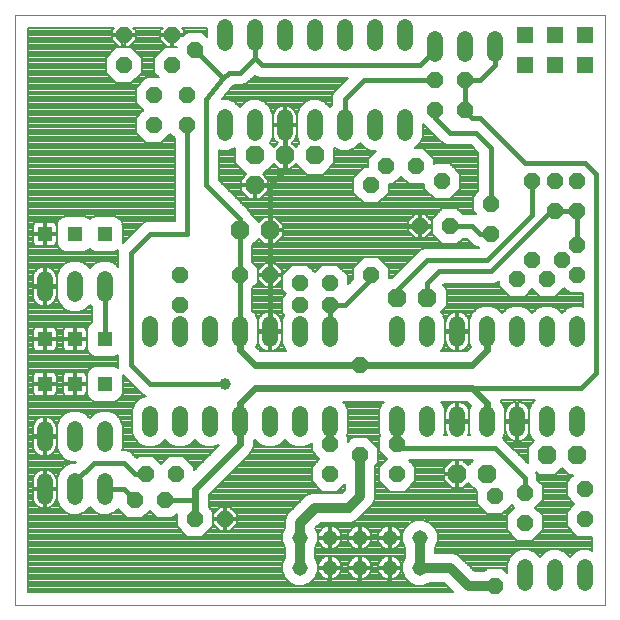
<source format=gtl>
G75*
%MOIN*%
%OFA0B0*%
%FSLAX24Y24*%
%IPPOS*%
%LPD*%
%AMOC8*
5,1,8,0,0,1.08239X$1,22.5*
%
%ADD10C,0.0000*%
%ADD11C,0.0520*%
%ADD12OC8,0.0520*%
%ADD13OC8,0.0630*%
%ADD14R,0.0515X0.0515*%
%ADD15C,0.0515*%
%ADD16C,0.0080*%
%ADD17C,0.0160*%
%ADD18C,0.0240*%
%ADD19R,0.0396X0.0396*%
%ADD20C,0.0396*%
%ADD21C,0.0320*%
%ADD22R,0.0560X0.0560*%
D10*
X000140Y000140D02*
X000140Y019825D01*
X019825Y019825D01*
X019825Y000140D01*
X000140Y000140D01*
D11*
X001140Y003755D02*
X001140Y004275D01*
X002140Y004275D02*
X002140Y003755D01*
X003140Y003755D02*
X003140Y004275D01*
X003140Y005505D02*
X003140Y006025D01*
X002140Y006025D02*
X002140Y005505D01*
X001140Y005505D02*
X001140Y006025D01*
X004640Y006005D02*
X004640Y006525D01*
X005640Y006525D02*
X005640Y006005D01*
X006640Y006005D02*
X006640Y006525D01*
X007640Y006525D02*
X007640Y006005D01*
X008640Y006005D02*
X008640Y006525D01*
X009640Y006525D02*
X009640Y006005D01*
X010640Y006005D02*
X010640Y006525D01*
X012890Y006525D02*
X012890Y006005D01*
X013890Y006005D02*
X013890Y006525D01*
X014890Y006525D02*
X014890Y006005D01*
X015890Y006005D02*
X015890Y006525D01*
X016890Y006525D02*
X016890Y006005D01*
X017890Y006005D02*
X017890Y006525D01*
X018890Y006525D02*
X018890Y006005D01*
X018890Y009005D02*
X018890Y009525D01*
X017890Y009525D02*
X017890Y009005D01*
X016890Y009005D02*
X016890Y009525D01*
X015890Y009525D02*
X015890Y009005D01*
X014890Y009005D02*
X014890Y009525D01*
X013890Y009525D02*
X013890Y009005D01*
X012890Y009005D02*
X012890Y009525D01*
X010640Y009525D02*
X010640Y009005D01*
X009640Y009005D02*
X009640Y009525D01*
X008640Y009525D02*
X008640Y009005D01*
X007640Y009005D02*
X007640Y009525D01*
X006640Y009525D02*
X006640Y009005D01*
X005640Y009005D02*
X005640Y009525D01*
X004640Y009525D02*
X004640Y009005D01*
X003140Y010505D02*
X003140Y011025D01*
X002140Y011025D02*
X002140Y010505D01*
X001140Y010505D02*
X001140Y011025D01*
X007140Y015880D02*
X007140Y016400D01*
X008140Y016400D02*
X008140Y015880D01*
X009140Y015880D02*
X009140Y016400D01*
X010140Y016400D02*
X010140Y015880D01*
X011140Y015880D02*
X011140Y016400D01*
X012140Y016400D02*
X012140Y015880D01*
X013140Y015880D02*
X013140Y016400D01*
X014140Y018505D02*
X014140Y019025D01*
X015140Y019025D02*
X015140Y018505D01*
X016140Y018505D02*
X016140Y019025D01*
X013140Y018880D02*
X013140Y019400D01*
X012140Y019400D02*
X012140Y018880D01*
X011140Y018880D02*
X011140Y019400D01*
X010140Y019400D02*
X010140Y018880D01*
X009140Y018880D02*
X009140Y019400D01*
X008140Y019400D02*
X008140Y018880D01*
X007140Y018880D02*
X007140Y019400D01*
X017140Y001400D02*
X017140Y000880D01*
X018140Y000880D02*
X018140Y001400D01*
X019140Y001400D02*
X019140Y000880D01*
D12*
X017140Y002890D03*
X017140Y003890D03*
X016140Y003765D03*
X016140Y000765D03*
X019140Y003015D03*
X019140Y004015D03*
X012890Y004515D03*
X012890Y005515D03*
X011640Y005140D03*
X010640Y005515D03*
X010640Y004515D03*
X011640Y008140D03*
X010640Y010140D03*
X010640Y010890D03*
X009640Y010890D03*
X009640Y010140D03*
X008640Y011140D03*
X007640Y011140D03*
X005640Y011140D03*
X005640Y010140D03*
X005515Y004515D03*
X005140Y003640D03*
X004515Y004515D03*
X004140Y003640D03*
X006140Y003015D03*
X007140Y003015D03*
X012015Y011140D03*
X013640Y012765D03*
X014640Y012765D03*
X016015Y012515D03*
X016015Y013515D03*
X017390Y014265D03*
X018140Y014265D03*
X018890Y014265D03*
X018890Y013265D03*
X018140Y013265D03*
X018890Y012140D03*
X018390Y011640D03*
X018890Y011140D03*
X017890Y011015D03*
X017390Y011640D03*
X016890Y011015D03*
X014390Y014265D03*
X013515Y014765D03*
X012515Y014765D03*
X012015Y014140D03*
X014140Y016640D03*
X014140Y017640D03*
X015140Y017640D03*
X015140Y016640D03*
X006140Y018640D03*
X005390Y018140D03*
X005390Y019140D03*
X003765Y019140D03*
X003765Y018140D03*
X004765Y017140D03*
X004765Y016140D03*
X005890Y016140D03*
X005890Y017140D03*
D13*
X008140Y015140D03*
X008140Y014140D03*
X009140Y015140D03*
X010140Y015140D03*
X008640Y012640D03*
X007640Y012640D03*
X012890Y010390D03*
X013890Y010390D03*
X017890Y005140D03*
X018890Y005140D03*
X015890Y004515D03*
X014890Y004515D03*
D14*
X003140Y007515D03*
X002140Y007515D03*
X001140Y007515D03*
X001140Y009015D03*
X002140Y009015D03*
X003140Y009015D03*
X003140Y012515D03*
X002140Y012515D03*
X001140Y012515D03*
D15*
X009640Y002390D03*
X009640Y001390D03*
X010640Y001390D03*
X010640Y002390D03*
X011640Y002390D03*
X011640Y001390D03*
X012640Y001390D03*
X012640Y002390D03*
X013640Y002390D03*
X013640Y001390D03*
D16*
X013889Y000847D02*
X014476Y000847D01*
X014433Y000890D02*
X014743Y000580D01*
X000580Y000580D01*
X000580Y019385D01*
X003444Y019385D01*
X003365Y019306D01*
X003365Y019180D01*
X003725Y019180D01*
X003725Y019100D01*
X003805Y019100D01*
X003805Y019180D01*
X004165Y019180D01*
X004165Y019306D01*
X004086Y019385D01*
X005069Y019385D01*
X004990Y019306D01*
X004990Y019180D01*
X005350Y019180D01*
X005350Y019100D01*
X005430Y019100D01*
X005751Y019100D01*
X005891Y019240D01*
X006389Y019240D01*
X006540Y019089D01*
X006540Y019385D01*
X005711Y019385D01*
X005790Y019306D01*
X005790Y019180D01*
X005430Y019180D01*
X005430Y019100D01*
X005430Y018740D01*
X005540Y018740D01*
X005540Y018740D01*
X005141Y018740D01*
X004790Y018389D01*
X004790Y017891D01*
X004941Y017740D01*
X004516Y017740D01*
X004165Y017389D01*
X004165Y016891D01*
X004416Y016640D01*
X004165Y016389D01*
X004165Y015891D01*
X004516Y015540D01*
X005014Y015540D01*
X005327Y015854D01*
X005470Y015711D01*
X005470Y012935D01*
X004556Y012935D01*
X004402Y012871D01*
X004284Y012753D01*
X003737Y012206D01*
X003737Y012840D01*
X003686Y012965D01*
X003590Y013061D01*
X003465Y013112D01*
X002815Y013112D01*
X002690Y013061D01*
X002640Y013011D01*
X002590Y013061D01*
X002465Y013112D01*
X001815Y013112D01*
X001690Y013061D01*
X001594Y012965D01*
X001543Y012840D01*
X001543Y012190D01*
X001594Y012065D01*
X001690Y011969D01*
X001815Y011918D01*
X002465Y011918D01*
X002590Y011969D01*
X002640Y012019D01*
X002690Y011969D01*
X002815Y011918D01*
X003465Y011918D01*
X003590Y011969D01*
X003595Y011975D01*
X003595Y011974D01*
X003595Y011419D01*
X003480Y011534D01*
X003259Y011625D01*
X003021Y011625D01*
X002800Y011534D01*
X002640Y011374D01*
X002480Y011534D01*
X002259Y011625D01*
X002021Y011625D01*
X001800Y011534D01*
X001631Y011365D01*
X001540Y011144D01*
X001540Y010386D01*
X001631Y010165D01*
X001800Y009996D01*
X002021Y009905D01*
X002259Y009905D01*
X002480Y009996D01*
X002640Y010156D01*
X002720Y010076D01*
X002720Y009573D01*
X002690Y009561D01*
X002594Y009465D01*
X002543Y009340D01*
X002543Y008690D01*
X002594Y008565D01*
X002690Y008469D01*
X002815Y008418D01*
X003465Y008418D01*
X003590Y008469D01*
X003595Y008474D01*
X003595Y008056D01*
X003595Y008055D01*
X003590Y008061D01*
X003465Y008112D01*
X002815Y008112D01*
X002690Y008061D01*
X002594Y007965D01*
X002543Y007840D01*
X002543Y007190D01*
X002594Y007065D01*
X002690Y006969D01*
X002815Y006918D01*
X003465Y006918D01*
X003590Y006969D01*
X003686Y007065D01*
X003737Y007190D01*
X003737Y007824D01*
X003777Y007784D01*
X004402Y007159D01*
X004502Y007117D01*
X004300Y007034D01*
X004131Y006865D01*
X004040Y006644D01*
X004040Y005886D01*
X004131Y005665D01*
X004300Y005496D01*
X004521Y005405D01*
X004759Y005405D01*
X004980Y005496D01*
X005140Y005656D01*
X005300Y005496D01*
X005521Y005405D01*
X005759Y005405D01*
X005980Y005496D01*
X006140Y005656D01*
X006300Y005496D01*
X006521Y005405D01*
X006759Y005405D01*
X006964Y005490D01*
X006115Y004641D01*
X006115Y004764D01*
X005764Y005115D01*
X005266Y005115D01*
X005015Y004864D01*
X004764Y005115D01*
X004266Y005115D01*
X004200Y005049D01*
X004003Y005246D01*
X003849Y005310D01*
X003709Y005310D01*
X003740Y005386D01*
X003740Y006144D01*
X003649Y006365D01*
X003480Y006534D01*
X003259Y006625D01*
X003021Y006625D01*
X002800Y006534D01*
X002640Y006374D01*
X002480Y006534D01*
X002259Y006625D01*
X002021Y006625D01*
X001800Y006534D01*
X001631Y006365D01*
X001540Y006144D01*
X001540Y005386D01*
X001631Y005165D01*
X001800Y004996D01*
X002021Y004905D01*
X002186Y004905D01*
X002156Y004875D01*
X002021Y004875D01*
X001800Y004784D01*
X001631Y004615D01*
X001540Y004394D01*
X001540Y003636D01*
X001631Y003415D01*
X001800Y003246D01*
X002021Y003155D01*
X002259Y003155D01*
X002480Y003246D01*
X002640Y003406D01*
X002800Y003246D01*
X003021Y003155D01*
X003259Y003155D01*
X003480Y003246D01*
X003583Y003349D01*
X003891Y003040D01*
X004389Y003040D01*
X004640Y003291D01*
X004891Y003040D01*
X005389Y003040D01*
X005540Y003191D01*
X005540Y002766D01*
X005891Y002415D01*
X006389Y002415D01*
X006740Y002766D01*
X006740Y003264D01*
X006600Y003404D01*
X006600Y003824D01*
X007901Y005125D01*
X008030Y005254D01*
X008100Y005423D01*
X008100Y005616D01*
X008140Y005656D01*
X008300Y005496D01*
X008521Y005405D01*
X008759Y005405D01*
X008980Y005496D01*
X009140Y005656D01*
X009300Y005496D01*
X009521Y005405D01*
X009759Y005405D01*
X009980Y005496D01*
X010040Y005556D01*
X010040Y005266D01*
X010291Y005015D01*
X010040Y004764D01*
X010040Y004266D01*
X010391Y003915D01*
X010889Y003915D01*
X011140Y004166D01*
X011140Y003972D01*
X011058Y003890D01*
X010041Y003890D01*
X009857Y003814D01*
X009716Y003673D01*
X009216Y003173D01*
X009140Y002989D01*
X009140Y002735D01*
X009133Y002728D01*
X009043Y002509D01*
X009043Y002271D01*
X009133Y002052D01*
X009140Y002045D01*
X009140Y001735D01*
X009133Y001728D01*
X009043Y001509D01*
X009043Y001271D01*
X009133Y001052D01*
X009302Y000883D01*
X009521Y000793D01*
X009759Y000793D01*
X009978Y000883D01*
X010147Y001052D01*
X010237Y001271D01*
X010237Y001509D01*
X010147Y001728D01*
X010140Y001735D01*
X010140Y002045D01*
X010147Y002052D01*
X010237Y002271D01*
X010237Y002509D01*
X010158Y002701D01*
X010347Y002890D01*
X011364Y002890D01*
X011548Y002966D01*
X013469Y002966D01*
X013521Y002987D02*
X013302Y002897D01*
X013133Y002728D01*
X013043Y002509D01*
X013043Y002271D01*
X013133Y002052D01*
X013140Y002045D01*
X013140Y001735D01*
X013133Y001728D01*
X013043Y001509D01*
X013043Y001271D01*
X013133Y001052D01*
X013302Y000883D01*
X013521Y000793D01*
X013759Y000793D01*
X013978Y000883D01*
X013985Y000890D01*
X014433Y000890D01*
X014555Y000768D02*
X000580Y000768D01*
X000580Y000690D02*
X014633Y000690D01*
X014712Y000611D02*
X000580Y000611D01*
X000580Y000847D02*
X009391Y000847D01*
X009260Y000925D02*
X000580Y000925D01*
X000580Y001004D02*
X009182Y001004D01*
X009121Y001082D02*
X000580Y001082D01*
X000580Y001161D02*
X009088Y001161D01*
X009056Y001239D02*
X000580Y001239D01*
X000580Y001318D02*
X009043Y001318D01*
X009043Y001396D02*
X000580Y001396D01*
X000580Y001475D02*
X009043Y001475D01*
X009061Y001553D02*
X000580Y001553D01*
X000580Y001632D02*
X009093Y001632D01*
X009126Y001710D02*
X000580Y001710D01*
X000580Y001789D02*
X009140Y001789D01*
X009140Y001867D02*
X000580Y001867D01*
X000580Y001946D02*
X009140Y001946D01*
X009140Y002024D02*
X000580Y002024D01*
X000580Y002103D02*
X009112Y002103D01*
X009080Y002181D02*
X000580Y002181D01*
X000580Y002260D02*
X009047Y002260D01*
X009043Y002338D02*
X000580Y002338D01*
X000580Y002417D02*
X005890Y002417D01*
X005811Y002495D02*
X000580Y002495D01*
X000580Y002574D02*
X005733Y002574D01*
X005654Y002652D02*
X000580Y002652D01*
X000580Y002731D02*
X005576Y002731D01*
X005540Y002809D02*
X000580Y002809D01*
X000580Y002888D02*
X005540Y002888D01*
X005540Y002966D02*
X000580Y002966D01*
X000580Y003045D02*
X003887Y003045D01*
X003808Y003123D02*
X000580Y003123D01*
X000580Y003202D02*
X001908Y003202D01*
X001766Y003280D02*
X000580Y003280D01*
X000580Y003359D02*
X001083Y003359D01*
X001100Y003359D02*
X001180Y003359D01*
X001180Y003355D02*
X001257Y003370D01*
X001329Y003401D01*
X001395Y003444D01*
X001451Y003500D01*
X001494Y003566D01*
X001525Y003638D01*
X001540Y003716D01*
X001540Y003975D01*
X001180Y003975D01*
X001180Y004055D01*
X001100Y004055D01*
X001100Y004675D01*
X001023Y004660D01*
X000951Y004629D01*
X000885Y004586D01*
X000829Y004530D01*
X000786Y004464D01*
X000755Y004392D01*
X000740Y004314D01*
X000740Y004055D01*
X001100Y004055D01*
X001100Y003975D01*
X000740Y003975D01*
X000740Y003716D01*
X000755Y003638D01*
X000786Y003566D01*
X000829Y003500D01*
X000885Y003444D01*
X000951Y003401D01*
X001023Y003370D01*
X001100Y003355D01*
X001100Y003975D01*
X001180Y003975D01*
X001180Y003355D01*
X001197Y003359D02*
X001688Y003359D01*
X001622Y003437D02*
X001384Y003437D01*
X001461Y003516D02*
X001590Y003516D01*
X001557Y003594D02*
X001506Y003594D01*
X001531Y003673D02*
X001540Y003673D01*
X001540Y003751D02*
X001540Y003751D01*
X001540Y003830D02*
X001540Y003830D01*
X001540Y003908D02*
X001540Y003908D01*
X001540Y003987D02*
X001180Y003987D01*
X001180Y004055D02*
X001540Y004055D01*
X001540Y004314D01*
X001525Y004392D01*
X001494Y004464D01*
X001451Y004530D01*
X001395Y004586D01*
X001329Y004629D01*
X001257Y004660D01*
X001180Y004675D01*
X001180Y004055D01*
X001180Y004065D02*
X001100Y004065D01*
X001100Y003987D02*
X000580Y003987D01*
X000580Y004065D02*
X000740Y004065D01*
X000740Y004144D02*
X000580Y004144D01*
X000580Y004222D02*
X000740Y004222D01*
X000740Y004301D02*
X000580Y004301D01*
X000580Y004379D02*
X000753Y004379D01*
X000783Y004458D02*
X000580Y004458D01*
X000580Y004536D02*
X000835Y004536D01*
X000928Y004615D02*
X000580Y004615D01*
X000580Y004693D02*
X001709Y004693D01*
X001631Y004615D02*
X001352Y004615D01*
X001445Y004536D02*
X001599Y004536D01*
X001566Y004458D02*
X001497Y004458D01*
X001527Y004379D02*
X001540Y004379D01*
X001540Y004301D02*
X001540Y004301D01*
X001540Y004222D02*
X001540Y004222D01*
X001540Y004144D02*
X001540Y004144D01*
X001540Y004065D02*
X001540Y004065D01*
X001180Y004144D02*
X001100Y004144D01*
X001100Y004222D02*
X001180Y004222D01*
X001180Y004301D02*
X001100Y004301D01*
X001100Y004379D02*
X001180Y004379D01*
X001180Y004458D02*
X001100Y004458D01*
X001100Y004536D02*
X001180Y004536D01*
X001180Y004615D02*
X001100Y004615D01*
X001100Y005105D02*
X001100Y005725D01*
X000740Y005725D01*
X000740Y005466D01*
X000755Y005388D01*
X000786Y005316D01*
X000829Y005250D01*
X000885Y005194D01*
X000951Y005151D01*
X001023Y005120D01*
X001100Y005105D01*
X001100Y005164D02*
X001180Y005164D01*
X001180Y005105D02*
X001257Y005120D01*
X001329Y005151D01*
X001395Y005194D01*
X001451Y005250D01*
X001494Y005316D01*
X001525Y005388D01*
X001540Y005466D01*
X001540Y005725D01*
X001180Y005725D01*
X001180Y005805D01*
X001100Y005805D01*
X001100Y006425D01*
X001023Y006410D01*
X000951Y006379D01*
X000885Y006336D01*
X000829Y006280D01*
X000786Y006214D01*
X000755Y006142D01*
X000740Y006064D01*
X000740Y005805D01*
X001100Y005805D01*
X001100Y005725D01*
X001180Y005725D01*
X001180Y005105D01*
X001180Y005243D02*
X001100Y005243D01*
X001100Y005321D02*
X001180Y005321D01*
X001180Y005400D02*
X001100Y005400D01*
X001100Y005478D02*
X001180Y005478D01*
X001180Y005557D02*
X001100Y005557D01*
X001100Y005635D02*
X001180Y005635D01*
X001180Y005714D02*
X001100Y005714D01*
X001100Y005792D02*
X000580Y005792D01*
X000580Y005714D02*
X000740Y005714D01*
X000740Y005635D02*
X000580Y005635D01*
X000580Y005557D02*
X000740Y005557D01*
X000740Y005478D02*
X000580Y005478D01*
X000580Y005400D02*
X000753Y005400D01*
X000783Y005321D02*
X000580Y005321D01*
X000580Y005243D02*
X000837Y005243D01*
X000930Y005164D02*
X000580Y005164D01*
X000580Y005086D02*
X001711Y005086D01*
X001632Y005164D02*
X001350Y005164D01*
X001443Y005243D02*
X001599Y005243D01*
X001567Y005321D02*
X001497Y005321D01*
X001527Y005400D02*
X001540Y005400D01*
X001540Y005478D02*
X001540Y005478D01*
X001540Y005557D02*
X001540Y005557D01*
X001540Y005635D02*
X001540Y005635D01*
X001540Y005714D02*
X001540Y005714D01*
X001540Y005792D02*
X001180Y005792D01*
X001180Y005805D02*
X001540Y005805D01*
X001540Y006064D01*
X001525Y006142D01*
X001494Y006214D01*
X001451Y006280D01*
X001395Y006336D01*
X001329Y006379D01*
X001257Y006410D01*
X001180Y006425D01*
X001180Y005805D01*
X001180Y005871D02*
X001100Y005871D01*
X001100Y005949D02*
X001180Y005949D01*
X001180Y006028D02*
X001100Y006028D01*
X001100Y006106D02*
X001180Y006106D01*
X001180Y006185D02*
X001100Y006185D01*
X001100Y006263D02*
X001180Y006263D01*
X001180Y006342D02*
X001100Y006342D01*
X001100Y006420D02*
X001180Y006420D01*
X001204Y006420D02*
X001686Y006420D01*
X001622Y006342D02*
X001386Y006342D01*
X001462Y006263D02*
X001589Y006263D01*
X001557Y006185D02*
X001507Y006185D01*
X001532Y006106D02*
X001540Y006106D01*
X001540Y006028D02*
X001540Y006028D01*
X001540Y005949D02*
X001540Y005949D01*
X001540Y005871D02*
X001540Y005871D01*
X001765Y006499D02*
X000580Y006499D01*
X000580Y006577D02*
X001905Y006577D01*
X002375Y006577D02*
X002905Y006577D01*
X002765Y006499D02*
X002515Y006499D01*
X002594Y006420D02*
X002686Y006420D01*
X002690Y006970D02*
X000580Y006970D01*
X000580Y007048D02*
X002611Y007048D01*
X002569Y007127D02*
X002450Y007127D01*
X002452Y007127D02*
X002483Y007145D01*
X002510Y007172D01*
X002528Y007203D01*
X002537Y007239D01*
X002537Y007476D01*
X002179Y007476D01*
X002179Y007554D01*
X002101Y007554D01*
X002101Y007912D01*
X002179Y007912D01*
X002179Y007554D01*
X002537Y007554D01*
X002537Y007791D01*
X002528Y007827D01*
X002510Y007858D01*
X002483Y007885D01*
X002452Y007903D01*
X002416Y007912D01*
X002179Y007912D01*
X002101Y007912D02*
X001864Y007912D01*
X001828Y007903D01*
X001797Y007885D01*
X001770Y007858D01*
X001752Y007827D01*
X001743Y007791D01*
X001743Y007554D01*
X002101Y007554D01*
X002101Y007476D01*
X001743Y007476D01*
X001743Y007239D01*
X001752Y007203D01*
X001770Y007172D01*
X001797Y007145D01*
X001828Y007127D01*
X001864Y007118D01*
X002101Y007118D01*
X002101Y007476D01*
X002179Y007476D01*
X002179Y007118D01*
X002416Y007118D01*
X002452Y007127D01*
X002528Y007205D02*
X002543Y007205D01*
X002537Y007284D02*
X002543Y007284D01*
X002537Y007362D02*
X002543Y007362D01*
X002537Y007441D02*
X002543Y007441D01*
X002543Y007519D02*
X002179Y007519D01*
X002101Y007519D02*
X001179Y007519D01*
X001179Y007554D02*
X001537Y007554D01*
X001537Y007791D01*
X001528Y007827D01*
X001510Y007858D01*
X001483Y007885D01*
X001452Y007903D01*
X001416Y007912D01*
X001179Y007912D01*
X001101Y007912D01*
X000864Y007912D01*
X000828Y007903D01*
X000797Y007885D01*
X000770Y007858D01*
X000752Y007827D01*
X000743Y007791D01*
X000743Y007554D01*
X001101Y007554D01*
X001101Y007912D01*
X001179Y007912D02*
X001179Y007554D01*
X001101Y007554D01*
X001101Y007476D01*
X000743Y007476D01*
X000743Y007239D01*
X000752Y007203D01*
X000770Y007172D01*
X000797Y007145D01*
X000828Y007127D01*
X000864Y007118D01*
X001101Y007118D01*
X001101Y007476D01*
X001179Y007476D01*
X001179Y007554D01*
X001179Y007598D02*
X001101Y007598D01*
X001101Y007676D02*
X001179Y007676D01*
X001179Y007755D02*
X001101Y007755D01*
X001101Y007833D02*
X001179Y007833D01*
X000861Y007912D02*
X000580Y007912D01*
X000580Y007990D02*
X002619Y007990D01*
X002572Y007912D02*
X002419Y007912D01*
X002524Y007833D02*
X002543Y007833D01*
X002537Y007755D02*
X002543Y007755D01*
X002537Y007676D02*
X002543Y007676D01*
X002537Y007598D02*
X002543Y007598D01*
X002179Y007598D02*
X002101Y007598D01*
X002101Y007676D02*
X002179Y007676D01*
X002179Y007755D02*
X002101Y007755D01*
X002101Y007833D02*
X002179Y007833D01*
X001861Y007912D02*
X001419Y007912D01*
X001524Y007833D02*
X001756Y007833D01*
X001743Y007755D02*
X001537Y007755D01*
X001537Y007676D02*
X001743Y007676D01*
X001743Y007598D02*
X001537Y007598D01*
X001537Y007476D02*
X001179Y007476D01*
X001179Y007118D01*
X001416Y007118D01*
X001452Y007127D01*
X001483Y007145D01*
X001510Y007172D01*
X001528Y007203D01*
X001537Y007239D01*
X001537Y007476D01*
X001537Y007441D02*
X001743Y007441D01*
X001743Y007362D02*
X001537Y007362D01*
X001537Y007284D02*
X001743Y007284D01*
X001752Y007205D02*
X001528Y007205D01*
X001450Y007127D02*
X001830Y007127D01*
X002101Y007127D02*
X002179Y007127D01*
X002179Y007205D02*
X002101Y007205D01*
X002101Y007284D02*
X002179Y007284D01*
X002179Y007362D02*
X002101Y007362D01*
X002101Y007441D02*
X002179Y007441D01*
X002709Y008069D02*
X000580Y008069D01*
X000580Y008147D02*
X003595Y008147D01*
X003595Y008069D02*
X003571Y008069D01*
X003595Y008226D02*
X000580Y008226D01*
X000580Y008304D02*
X003595Y008304D01*
X003595Y008383D02*
X000580Y008383D01*
X000580Y008461D02*
X002710Y008461D01*
X002620Y008540D02*
X000580Y008540D01*
X000580Y008618D02*
X000862Y008618D01*
X000864Y008618D02*
X001101Y008618D01*
X001179Y008618D01*
X001416Y008618D01*
X001452Y008627D01*
X001483Y008645D01*
X001510Y008672D01*
X001528Y008703D01*
X001537Y008739D01*
X001537Y008976D01*
X001179Y008976D01*
X001179Y009054D01*
X001101Y009054D01*
X001101Y009412D01*
X000864Y009412D01*
X000828Y009403D01*
X000797Y009385D01*
X000770Y009358D01*
X000752Y009327D01*
X000743Y009291D01*
X000743Y009054D01*
X001101Y009054D01*
X001101Y008976D01*
X000743Y008976D01*
X000743Y008739D01*
X000752Y008703D01*
X000770Y008672D01*
X000797Y008645D01*
X000828Y008627D01*
X000864Y008618D01*
X000756Y008697D02*
X000580Y008697D01*
X000580Y008775D02*
X000743Y008775D01*
X000743Y008854D02*
X000580Y008854D01*
X000580Y008932D02*
X000743Y008932D01*
X000743Y009089D02*
X000580Y009089D01*
X000580Y009011D02*
X001101Y009011D01*
X001101Y008976D02*
X001179Y008976D01*
X001179Y008618D01*
X001101Y008618D02*
X001101Y008976D01*
X001101Y008932D02*
X001179Y008932D01*
X001179Y008854D02*
X001101Y008854D01*
X001101Y008775D02*
X001179Y008775D01*
X001179Y008697D02*
X001101Y008697D01*
X001179Y009011D02*
X002101Y009011D01*
X002101Y008976D02*
X001743Y008976D01*
X001743Y008739D01*
X001752Y008703D01*
X001770Y008672D01*
X001797Y008645D01*
X001828Y008627D01*
X001864Y008618D01*
X002101Y008618D01*
X002179Y008618D01*
X002416Y008618D01*
X002452Y008627D01*
X002483Y008645D01*
X002510Y008672D01*
X002528Y008703D01*
X002537Y008739D01*
X002537Y008976D01*
X002179Y008976D01*
X002179Y009054D01*
X002101Y009054D01*
X002101Y009412D01*
X001864Y009412D01*
X001828Y009403D01*
X001797Y009385D01*
X001770Y009358D01*
X001752Y009327D01*
X001743Y009291D01*
X001743Y009054D01*
X002101Y009054D01*
X002101Y008976D01*
X002179Y008976D01*
X002179Y008618D01*
X002101Y008618D02*
X002101Y008976D01*
X002101Y008932D02*
X002179Y008932D01*
X002179Y008854D02*
X002101Y008854D01*
X002101Y008775D02*
X002179Y008775D01*
X002179Y008697D02*
X002101Y008697D01*
X001862Y008618D02*
X001418Y008618D01*
X001524Y008697D02*
X001756Y008697D01*
X001743Y008775D02*
X001537Y008775D01*
X001537Y008854D02*
X001743Y008854D01*
X001743Y008932D02*
X001537Y008932D01*
X001537Y009054D02*
X001537Y009291D01*
X001528Y009327D01*
X001510Y009358D01*
X001483Y009385D01*
X001452Y009403D01*
X001416Y009412D01*
X001179Y009412D01*
X001179Y009054D01*
X001537Y009054D01*
X001537Y009089D02*
X001743Y009089D01*
X001743Y009168D02*
X001537Y009168D01*
X001537Y009246D02*
X001743Y009246D01*
X001752Y009325D02*
X001528Y009325D01*
X001451Y009403D02*
X001829Y009403D01*
X002101Y009403D02*
X002179Y009403D01*
X002179Y009412D02*
X002179Y009054D01*
X002537Y009054D01*
X002537Y009291D01*
X002528Y009327D01*
X002510Y009358D01*
X002483Y009385D01*
X002452Y009403D01*
X002416Y009412D01*
X002179Y009412D01*
X002179Y009325D02*
X002101Y009325D01*
X002101Y009246D02*
X002179Y009246D01*
X002179Y009168D02*
X002101Y009168D01*
X002101Y009089D02*
X002179Y009089D01*
X002179Y009011D02*
X002543Y009011D01*
X002537Y009089D02*
X002543Y009089D01*
X002537Y009168D02*
X002543Y009168D01*
X002537Y009246D02*
X002543Y009246D01*
X002543Y009325D02*
X002528Y009325D01*
X002569Y009403D02*
X002451Y009403D01*
X002611Y009482D02*
X000580Y009482D01*
X000580Y009560D02*
X002689Y009560D01*
X002720Y009639D02*
X000580Y009639D01*
X000580Y009717D02*
X002720Y009717D01*
X002720Y009796D02*
X000580Y009796D01*
X000580Y009874D02*
X002720Y009874D01*
X002720Y009953D02*
X002374Y009953D01*
X002515Y010031D02*
X002720Y010031D01*
X002687Y010110D02*
X002593Y010110D01*
X001906Y009953D02*
X000580Y009953D01*
X000580Y010031D02*
X001765Y010031D01*
X001687Y010110D02*
X001202Y010110D01*
X001180Y010110D02*
X001100Y010110D01*
X001100Y010105D02*
X001100Y010725D01*
X000740Y010725D01*
X000740Y010466D01*
X000755Y010388D01*
X000786Y010316D01*
X000829Y010250D01*
X000885Y010194D01*
X000951Y010151D01*
X001023Y010120D01*
X001100Y010105D01*
X001078Y010110D02*
X000580Y010110D01*
X000580Y010188D02*
X000894Y010188D01*
X000818Y010267D02*
X000580Y010267D01*
X000580Y010345D02*
X000773Y010345D01*
X000748Y010424D02*
X000580Y010424D01*
X000580Y010502D02*
X000740Y010502D01*
X000740Y010581D02*
X000580Y010581D01*
X000580Y010659D02*
X000740Y010659D01*
X000740Y010805D02*
X001100Y010805D01*
X001100Y011425D01*
X001023Y011410D01*
X000951Y011379D01*
X000885Y011336D01*
X000829Y011280D01*
X000786Y011214D01*
X000755Y011142D01*
X000740Y011064D01*
X000740Y010805D01*
X000740Y010816D02*
X000580Y010816D01*
X000580Y010738D02*
X001100Y010738D01*
X001100Y010725D02*
X001100Y010805D01*
X001180Y010805D01*
X001180Y011425D01*
X001257Y011410D01*
X001329Y011379D01*
X001395Y011336D01*
X001451Y011280D01*
X001494Y011214D01*
X001525Y011142D01*
X001540Y011064D01*
X001540Y010805D01*
X001180Y010805D01*
X001180Y010725D01*
X001540Y010725D01*
X001540Y010466D01*
X001525Y010388D01*
X001494Y010316D01*
X001451Y010250D01*
X001395Y010194D01*
X001329Y010151D01*
X001257Y010120D01*
X001180Y010105D01*
X001180Y010725D01*
X001100Y010725D01*
X001100Y010659D02*
X001180Y010659D01*
X001180Y010581D02*
X001100Y010581D01*
X001100Y010502D02*
X001180Y010502D01*
X001180Y010424D02*
X001100Y010424D01*
X001100Y010345D02*
X001180Y010345D01*
X001180Y010267D02*
X001100Y010267D01*
X001100Y010188D02*
X001180Y010188D01*
X001386Y010188D02*
X001622Y010188D01*
X001589Y010267D02*
X001462Y010267D01*
X001507Y010345D02*
X001557Y010345D01*
X001540Y010424D02*
X001532Y010424D01*
X001540Y010502D02*
X001540Y010502D01*
X001540Y010581D02*
X001540Y010581D01*
X001540Y010659D02*
X001540Y010659D01*
X001540Y010738D02*
X001180Y010738D01*
X001180Y010816D02*
X001100Y010816D01*
X001100Y010895D02*
X001180Y010895D01*
X001180Y010973D02*
X001100Y010973D01*
X001100Y011052D02*
X001180Y011052D01*
X001180Y011130D02*
X001100Y011130D01*
X001100Y011209D02*
X001180Y011209D01*
X001180Y011287D02*
X001100Y011287D01*
X001100Y011366D02*
X001180Y011366D01*
X001350Y011366D02*
X001632Y011366D01*
X001599Y011287D02*
X001444Y011287D01*
X001497Y011209D02*
X001567Y011209D01*
X001540Y011130D02*
X001527Y011130D01*
X001540Y011052D02*
X001540Y011052D01*
X001540Y010973D02*
X001540Y010973D01*
X001540Y010895D02*
X001540Y010895D01*
X001540Y010816D02*
X001540Y010816D01*
X000930Y011366D02*
X000580Y011366D01*
X000580Y011444D02*
X001711Y011444D01*
X001789Y011523D02*
X000580Y011523D01*
X000580Y011601D02*
X001963Y011601D01*
X002317Y011601D02*
X002963Y011601D01*
X002789Y011523D02*
X002491Y011523D01*
X002569Y011444D02*
X002711Y011444D01*
X002666Y011994D02*
X002614Y011994D01*
X003317Y011601D02*
X003595Y011601D01*
X003595Y011523D02*
X003491Y011523D01*
X003569Y011444D02*
X003595Y011444D01*
X003595Y011680D02*
X000580Y011680D01*
X000580Y011758D02*
X003595Y011758D01*
X003595Y011837D02*
X000580Y011837D01*
X000580Y011915D02*
X003595Y011915D01*
X003737Y012229D02*
X003760Y012229D01*
X003737Y012308D02*
X003839Y012308D01*
X003917Y012386D02*
X003737Y012386D01*
X003737Y012465D02*
X003996Y012465D01*
X004074Y012543D02*
X003737Y012543D01*
X003737Y012622D02*
X004153Y012622D01*
X004231Y012700D02*
X003737Y012700D01*
X003737Y012779D02*
X004310Y012779D01*
X004388Y012857D02*
X003730Y012857D01*
X003698Y012936D02*
X005470Y012936D01*
X005470Y013014D02*
X003637Y013014D01*
X003513Y013093D02*
X005470Y013093D01*
X005470Y013171D02*
X000580Y013171D01*
X000580Y013093D02*
X001767Y013093D01*
X001643Y013014D02*
X000580Y013014D01*
X000580Y012936D02*
X001582Y012936D01*
X001550Y012857D02*
X001510Y012857D01*
X001510Y012858D02*
X001483Y012885D01*
X001452Y012903D01*
X001416Y012912D01*
X001179Y012912D01*
X001179Y012554D01*
X001101Y012554D01*
X001101Y012912D01*
X000864Y012912D01*
X000828Y012903D01*
X000797Y012885D01*
X000770Y012858D01*
X000752Y012827D01*
X000743Y012791D01*
X000743Y012554D01*
X001101Y012554D01*
X001101Y012476D01*
X000743Y012476D01*
X000743Y012239D01*
X000752Y012203D01*
X000770Y012172D01*
X000797Y012145D01*
X000828Y012127D01*
X000864Y012118D01*
X001101Y012118D01*
X001101Y012476D01*
X001179Y012476D01*
X001179Y012554D01*
X001537Y012554D01*
X001537Y012791D01*
X001528Y012827D01*
X001510Y012858D01*
X001537Y012779D02*
X001543Y012779D01*
X001537Y012700D02*
X001543Y012700D01*
X001537Y012622D02*
X001543Y012622D01*
X001543Y012543D02*
X001179Y012543D01*
X001179Y012476D02*
X001537Y012476D01*
X001537Y012239D01*
X001528Y012203D01*
X001510Y012172D01*
X001483Y012145D01*
X001452Y012127D01*
X001416Y012118D01*
X001179Y012118D01*
X001179Y012476D01*
X001179Y012465D02*
X001101Y012465D01*
X001101Y012543D02*
X000580Y012543D01*
X000580Y012465D02*
X000743Y012465D01*
X000743Y012386D02*
X000580Y012386D01*
X000580Y012308D02*
X000743Y012308D01*
X000745Y012229D02*
X000580Y012229D01*
X000580Y012151D02*
X000792Y012151D01*
X000580Y012072D02*
X001591Y012072D01*
X001559Y012151D02*
X001488Y012151D01*
X001535Y012229D02*
X001543Y012229D01*
X001537Y012308D02*
X001543Y012308D01*
X001537Y012386D02*
X001543Y012386D01*
X001537Y012465D02*
X001543Y012465D01*
X001179Y012386D02*
X001101Y012386D01*
X001101Y012308D02*
X001179Y012308D01*
X001179Y012229D02*
X001101Y012229D01*
X001101Y012151D02*
X001179Y012151D01*
X001179Y012622D02*
X001101Y012622D01*
X001101Y012700D02*
X001179Y012700D01*
X001179Y012779D02*
X001101Y012779D01*
X001101Y012857D02*
X001179Y012857D01*
X000770Y012857D02*
X000580Y012857D01*
X000580Y012779D02*
X000743Y012779D01*
X000743Y012700D02*
X000580Y012700D01*
X000580Y012622D02*
X000743Y012622D01*
X000580Y011994D02*
X001666Y011994D01*
X000836Y011287D02*
X000580Y011287D01*
X000580Y011209D02*
X000783Y011209D01*
X000753Y011130D02*
X000580Y011130D01*
X000580Y011052D02*
X000740Y011052D01*
X000740Y010973D02*
X000580Y010973D01*
X000580Y010895D02*
X000740Y010895D01*
X000829Y009403D02*
X000580Y009403D01*
X000580Y009325D02*
X000752Y009325D01*
X000743Y009246D02*
X000580Y009246D01*
X000580Y009168D02*
X000743Y009168D01*
X001101Y009168D02*
X001179Y009168D01*
X001179Y009246D02*
X001101Y009246D01*
X001101Y009325D02*
X001179Y009325D01*
X001179Y009403D02*
X001101Y009403D01*
X001101Y009089D02*
X001179Y009089D01*
X000756Y007833D02*
X000580Y007833D01*
X000580Y007755D02*
X000743Y007755D01*
X000743Y007676D02*
X000580Y007676D01*
X000580Y007598D02*
X000743Y007598D01*
X000743Y007441D02*
X000580Y007441D01*
X000580Y007519D02*
X001101Y007519D01*
X001101Y007441D02*
X001179Y007441D01*
X001179Y007362D02*
X001101Y007362D01*
X001101Y007284D02*
X001179Y007284D01*
X001179Y007205D02*
X001101Y007205D01*
X001101Y007127D02*
X001179Y007127D01*
X000830Y007127D02*
X000580Y007127D01*
X000580Y007205D02*
X000752Y007205D01*
X000743Y007284D02*
X000580Y007284D01*
X000580Y007362D02*
X000743Y007362D01*
X000580Y006891D02*
X004157Y006891D01*
X004110Y006813D02*
X000580Y006813D01*
X000580Y006734D02*
X004077Y006734D01*
X004045Y006656D02*
X000580Y006656D01*
X000580Y006420D02*
X001076Y006420D01*
X000894Y006342D02*
X000580Y006342D01*
X000580Y006263D02*
X000818Y006263D01*
X000773Y006185D02*
X000580Y006185D01*
X000580Y006106D02*
X000748Y006106D01*
X000740Y006028D02*
X000580Y006028D01*
X000580Y005949D02*
X000740Y005949D01*
X000740Y005871D02*
X000580Y005871D01*
X000580Y005007D02*
X001789Y005007D01*
X001964Y004929D02*
X000580Y004929D01*
X000580Y004850D02*
X001960Y004850D01*
X001788Y004772D02*
X000580Y004772D01*
X000580Y003908D02*
X000740Y003908D01*
X000740Y003830D02*
X000580Y003830D01*
X000580Y003751D02*
X000740Y003751D01*
X000749Y003673D02*
X000580Y003673D01*
X000580Y003594D02*
X000774Y003594D01*
X000819Y003516D02*
X000580Y003516D01*
X000580Y003437D02*
X000896Y003437D01*
X001100Y003437D02*
X001180Y003437D01*
X001180Y003516D02*
X001100Y003516D01*
X001100Y003594D02*
X001180Y003594D01*
X001180Y003673D02*
X001100Y003673D01*
X001100Y003751D02*
X001180Y003751D01*
X001180Y003830D02*
X001100Y003830D01*
X001100Y003908D02*
X001180Y003908D01*
X002372Y003202D02*
X002908Y003202D01*
X002766Y003280D02*
X002514Y003280D01*
X002592Y003359D02*
X002688Y003359D01*
X003372Y003202D02*
X003730Y003202D01*
X003651Y003280D02*
X003514Y003280D01*
X004393Y003045D02*
X004887Y003045D01*
X004808Y003123D02*
X004472Y003123D01*
X004550Y003202D02*
X004730Y003202D01*
X004651Y003280D02*
X004629Y003280D01*
X005393Y003045D02*
X005540Y003045D01*
X005540Y003123D02*
X005472Y003123D01*
X006390Y002417D02*
X009043Y002417D01*
X009043Y002495D02*
X006469Y002495D01*
X006547Y002574D02*
X009069Y002574D01*
X009102Y002652D02*
X007343Y002652D01*
X007306Y002615D02*
X007540Y002849D01*
X007540Y002975D01*
X007180Y002975D01*
X007180Y003055D01*
X007540Y003055D01*
X007540Y003181D01*
X007306Y003415D01*
X007180Y003415D01*
X007180Y003055D01*
X007100Y003055D01*
X007100Y003415D01*
X006974Y003415D01*
X006740Y003181D01*
X006740Y003055D01*
X007100Y003055D01*
X007100Y002975D01*
X007180Y002975D01*
X007180Y002615D01*
X007306Y002615D01*
X007180Y002652D02*
X007100Y002652D01*
X007100Y002615D02*
X007100Y002975D01*
X006740Y002975D01*
X006740Y002849D01*
X006974Y002615D01*
X007100Y002615D01*
X007100Y002731D02*
X007180Y002731D01*
X007180Y002809D02*
X007100Y002809D01*
X007100Y002888D02*
X007180Y002888D01*
X007180Y002966D02*
X007100Y002966D01*
X007100Y003045D02*
X006740Y003045D01*
X006740Y003123D02*
X006740Y003123D01*
X006740Y003202D02*
X006761Y003202D01*
X006724Y003280D02*
X006839Y003280D01*
X006918Y003359D02*
X006645Y003359D01*
X006600Y003437D02*
X009480Y003437D01*
X009558Y003516D02*
X006600Y003516D01*
X006600Y003594D02*
X009637Y003594D01*
X009715Y003673D02*
X006600Y003673D01*
X006600Y003751D02*
X009794Y003751D01*
X009895Y003830D02*
X006605Y003830D01*
X006684Y003908D02*
X011076Y003908D01*
X011140Y003987D02*
X010960Y003987D01*
X011039Y004065D02*
X011140Y004065D01*
X011140Y004144D02*
X011117Y004144D01*
X010320Y003987D02*
X006762Y003987D01*
X006841Y004065D02*
X010241Y004065D01*
X010163Y004144D02*
X006919Y004144D01*
X006998Y004222D02*
X010084Y004222D01*
X010040Y004301D02*
X007076Y004301D01*
X007155Y004379D02*
X010040Y004379D01*
X010040Y004458D02*
X007233Y004458D01*
X007312Y004536D02*
X010040Y004536D01*
X010040Y004615D02*
X007390Y004615D01*
X007469Y004693D02*
X010040Y004693D01*
X010048Y004772D02*
X007547Y004772D01*
X007626Y004850D02*
X010126Y004850D01*
X010205Y004929D02*
X007704Y004929D01*
X007783Y005007D02*
X010283Y005007D01*
X010221Y005086D02*
X007861Y005086D01*
X007940Y005164D02*
X010142Y005164D01*
X010064Y005243D02*
X008018Y005243D01*
X008058Y005321D02*
X010040Y005321D01*
X010040Y005400D02*
X008090Y005400D01*
X008100Y005478D02*
X008344Y005478D01*
X008240Y005557D02*
X008100Y005557D01*
X008119Y005635D02*
X008161Y005635D01*
X008936Y005478D02*
X009344Y005478D01*
X009240Y005557D02*
X009040Y005557D01*
X009119Y005635D02*
X009161Y005635D01*
X009936Y005478D02*
X010040Y005478D01*
X011204Y005799D02*
X011240Y005886D01*
X011240Y006644D01*
X011149Y006865D01*
X011084Y006930D01*
X012446Y006930D01*
X012381Y006865D01*
X012290Y006644D01*
X012290Y005886D01*
X012326Y005799D01*
X012290Y005764D01*
X012290Y005266D01*
X012541Y005015D01*
X012290Y004764D01*
X012290Y004266D01*
X012641Y003915D01*
X013139Y003915D01*
X013490Y004266D01*
X013490Y004764D01*
X013284Y004970D01*
X015419Y004970D01*
X015249Y004800D01*
X015078Y004970D01*
X014930Y004970D01*
X014930Y004555D01*
X014850Y004555D01*
X014850Y004970D01*
X014702Y004970D01*
X014435Y004703D01*
X014435Y004555D01*
X014850Y004555D01*
X014850Y004475D01*
X014930Y004475D01*
X014930Y004060D01*
X015078Y004060D01*
X015249Y004230D01*
X015540Y003939D01*
X015540Y003516D01*
X015891Y003165D01*
X016389Y003165D01*
X016703Y003479D01*
X016791Y003390D01*
X016540Y003139D01*
X016540Y002641D01*
X016891Y002290D01*
X017389Y002290D01*
X017740Y002641D01*
X017740Y003139D01*
X017489Y003390D01*
X017740Y003641D01*
X017740Y004139D01*
X017560Y004319D01*
X017560Y004474D01*
X017510Y004593D01*
X017619Y004485D01*
X018161Y004485D01*
X018390Y004714D01*
X018619Y004485D01*
X018761Y004485D01*
X018540Y004264D01*
X018540Y003766D01*
X018791Y003515D01*
X018540Y003264D01*
X018540Y002766D01*
X018891Y002415D01*
X019385Y002415D01*
X019385Y001948D01*
X019259Y002000D01*
X019021Y002000D01*
X018800Y001909D01*
X018640Y001749D01*
X018480Y001909D01*
X018259Y002000D01*
X018021Y002000D01*
X017800Y001909D01*
X017640Y001749D01*
X017480Y001909D01*
X017259Y002000D01*
X017021Y002000D01*
X016800Y001909D01*
X016631Y001740D01*
X016540Y001519D01*
X016540Y001214D01*
X016389Y001365D01*
X015891Y001365D01*
X015791Y001265D01*
X015472Y001265D01*
X014923Y001814D01*
X014739Y001890D01*
X014140Y001890D01*
X014140Y002045D01*
X014147Y002052D01*
X014237Y002271D01*
X014237Y002509D01*
X014147Y002728D01*
X013978Y002897D01*
X013759Y002987D01*
X013521Y002987D01*
X013293Y002888D02*
X010345Y002888D01*
X010266Y002809D02*
X013214Y002809D01*
X013136Y002731D02*
X012846Y002731D01*
X012828Y002742D02*
X012756Y002772D01*
X012679Y002787D01*
X012679Y002787D01*
X012679Y002429D01*
X012601Y002429D01*
X012601Y002787D01*
X012524Y002772D01*
X012452Y002742D01*
X012387Y002699D01*
X012331Y002643D01*
X012288Y002578D01*
X012258Y002506D01*
X012243Y002429D01*
X012243Y002429D01*
X012601Y002429D01*
X012601Y002351D01*
X012243Y002351D01*
X012258Y002274D01*
X012288Y002202D01*
X012331Y002137D01*
X012387Y002081D01*
X012452Y002038D01*
X012524Y002008D01*
X012601Y001993D01*
X012601Y001993D01*
X012601Y002351D01*
X012679Y002351D01*
X012679Y002429D01*
X013037Y002429D01*
X013022Y002506D01*
X012992Y002578D01*
X012949Y002643D01*
X012893Y002699D01*
X012828Y002742D01*
X012940Y002652D02*
X013102Y002652D01*
X013069Y002574D02*
X012994Y002574D01*
X013024Y002495D02*
X013043Y002495D01*
X013037Y002429D02*
X013037Y002429D01*
X013043Y002417D02*
X012679Y002417D01*
X012679Y002351D02*
X013037Y002351D01*
X013037Y002351D01*
X013022Y002274D01*
X012992Y002202D01*
X012949Y002137D01*
X012893Y002081D01*
X012828Y002038D01*
X012756Y002008D01*
X012679Y001993D01*
X012679Y001993D01*
X012679Y002351D01*
X012679Y002338D02*
X012601Y002338D01*
X012601Y002260D02*
X012679Y002260D01*
X012679Y002181D02*
X012601Y002181D01*
X012601Y002103D02*
X012679Y002103D01*
X012679Y002024D02*
X012601Y002024D01*
X012485Y002024D02*
X011795Y002024D01*
X011828Y002038D02*
X011756Y002008D01*
X011679Y001993D01*
X011679Y001993D01*
X011679Y002351D01*
X011679Y002429D01*
X011601Y002429D01*
X011601Y002787D01*
X011524Y002772D01*
X011452Y002742D01*
X011387Y002699D01*
X011331Y002643D01*
X011288Y002578D01*
X011258Y002506D01*
X011243Y002429D01*
X011243Y002429D01*
X011601Y002429D01*
X011601Y002351D01*
X011243Y002351D01*
X011258Y002274D01*
X011288Y002202D01*
X011331Y002137D01*
X011387Y002081D01*
X011452Y002038D01*
X011524Y002008D01*
X011601Y001993D01*
X011601Y001993D01*
X011601Y002351D01*
X011679Y002351D01*
X012037Y002351D01*
X012037Y002351D01*
X012022Y002274D01*
X011992Y002202D01*
X011949Y002137D01*
X011893Y002081D01*
X011828Y002038D01*
X011915Y002103D02*
X012365Y002103D01*
X012302Y002181D02*
X011978Y002181D01*
X012016Y002260D02*
X012264Y002260D01*
X012245Y002338D02*
X012035Y002338D01*
X012037Y002429D02*
X012037Y002429D01*
X012022Y002506D01*
X011992Y002578D01*
X011949Y002643D01*
X011893Y002699D01*
X011828Y002742D01*
X011756Y002772D01*
X011679Y002787D01*
X011679Y002787D01*
X011679Y002429D01*
X012037Y002429D01*
X012024Y002495D02*
X012256Y002495D01*
X012286Y002574D02*
X011994Y002574D01*
X011940Y002652D02*
X012340Y002652D01*
X012434Y002731D02*
X011846Y002731D01*
X011679Y002731D02*
X011601Y002731D01*
X011601Y002787D02*
X011601Y002787D01*
X011601Y002652D02*
X011679Y002652D01*
X011679Y002574D02*
X011601Y002574D01*
X011601Y002495D02*
X011679Y002495D01*
X011679Y002417D02*
X012601Y002417D01*
X012601Y002495D02*
X012679Y002495D01*
X012679Y002574D02*
X012601Y002574D01*
X012601Y002652D02*
X012679Y002652D01*
X012679Y002731D02*
X012601Y002731D01*
X012601Y002787D02*
X012601Y002787D01*
X012243Y002351D02*
X012243Y002351D01*
X012795Y002024D02*
X013140Y002024D01*
X013140Y001946D02*
X010140Y001946D01*
X010140Y002024D02*
X010485Y002024D01*
X010452Y002038D02*
X010524Y002008D01*
X010601Y001993D01*
X010601Y001993D01*
X010601Y002351D01*
X010243Y002351D01*
X010258Y002274D01*
X010288Y002202D01*
X010331Y002137D01*
X010387Y002081D01*
X010452Y002038D01*
X010365Y002103D02*
X010168Y002103D01*
X010200Y002181D02*
X010302Y002181D01*
X010264Y002260D02*
X010233Y002260D01*
X010237Y002338D02*
X010245Y002338D01*
X010243Y002351D02*
X010243Y002351D01*
X010237Y002417D02*
X010601Y002417D01*
X010601Y002429D02*
X010601Y002351D01*
X010679Y002351D01*
X010679Y002429D01*
X010601Y002429D01*
X010601Y002787D01*
X010524Y002772D01*
X010452Y002742D01*
X010387Y002699D01*
X010331Y002643D01*
X010288Y002578D01*
X010258Y002506D01*
X010243Y002429D01*
X010243Y002429D01*
X010601Y002429D01*
X010601Y002495D02*
X010679Y002495D01*
X010679Y002429D02*
X010679Y002787D01*
X010679Y002787D01*
X010756Y002772D01*
X010828Y002742D01*
X010893Y002699D01*
X010949Y002643D01*
X010992Y002578D01*
X011022Y002506D01*
X011037Y002429D01*
X011037Y002429D01*
X010679Y002429D01*
X010679Y002417D02*
X011601Y002417D01*
X011601Y002338D02*
X011679Y002338D01*
X011679Y002260D02*
X011601Y002260D01*
X011601Y002181D02*
X011679Y002181D01*
X011679Y002103D02*
X011601Y002103D01*
X011601Y002024D02*
X011679Y002024D01*
X011485Y002024D02*
X010795Y002024D01*
X010828Y002038D02*
X010756Y002008D01*
X010679Y001993D01*
X010679Y001993D01*
X010679Y002351D01*
X011037Y002351D01*
X011037Y002351D01*
X011022Y002274D01*
X010992Y002202D01*
X010949Y002137D01*
X010893Y002081D01*
X010828Y002038D01*
X010915Y002103D02*
X011365Y002103D01*
X011302Y002181D02*
X010978Y002181D01*
X011016Y002260D02*
X011264Y002260D01*
X011245Y002338D02*
X011035Y002338D01*
X011024Y002495D02*
X011256Y002495D01*
X011286Y002574D02*
X010994Y002574D01*
X010940Y002652D02*
X011340Y002652D01*
X011434Y002731D02*
X010846Y002731D01*
X010679Y002731D02*
X010601Y002731D01*
X010601Y002787D02*
X010601Y002787D01*
X010601Y002652D02*
X010679Y002652D01*
X010679Y002574D02*
X010601Y002574D01*
X010434Y002731D02*
X010188Y002731D01*
X010178Y002652D02*
X010340Y002652D01*
X010286Y002574D02*
X010211Y002574D01*
X010237Y002495D02*
X010256Y002495D01*
X010601Y002338D02*
X010679Y002338D01*
X010679Y002260D02*
X010601Y002260D01*
X010601Y002181D02*
X010679Y002181D01*
X010679Y002103D02*
X010601Y002103D01*
X010601Y002024D02*
X010679Y002024D01*
X010679Y001787D02*
X010679Y001429D01*
X010601Y001429D01*
X010601Y001787D01*
X010524Y001772D01*
X010452Y001742D01*
X010387Y001699D01*
X010331Y001643D01*
X010288Y001578D01*
X010258Y001506D01*
X010243Y001429D01*
X010243Y001429D01*
X010601Y001429D01*
X010601Y001351D01*
X010243Y001351D01*
X010258Y001274D01*
X010288Y001202D01*
X010331Y001137D01*
X010387Y001081D01*
X010452Y001038D01*
X010524Y001008D01*
X010601Y000993D01*
X010601Y000993D01*
X010601Y001351D01*
X010679Y001351D01*
X010679Y001429D01*
X011037Y001429D01*
X011022Y001506D01*
X010992Y001578D01*
X010949Y001643D01*
X010893Y001699D01*
X010828Y001742D01*
X010756Y001772D01*
X010679Y001787D01*
X010679Y001787D01*
X010679Y001710D02*
X010601Y001710D01*
X010601Y001787D02*
X010601Y001787D01*
X010601Y001632D02*
X010679Y001632D01*
X010679Y001553D02*
X010601Y001553D01*
X010601Y001475D02*
X010679Y001475D01*
X010679Y001396D02*
X011601Y001396D01*
X011601Y001429D02*
X011601Y001351D01*
X011243Y001351D01*
X011258Y001274D01*
X011288Y001202D01*
X011331Y001137D01*
X011387Y001081D01*
X011452Y001038D01*
X011524Y001008D01*
X011601Y000993D01*
X011601Y000993D01*
X011601Y001351D01*
X011679Y001351D01*
X011679Y001429D01*
X011601Y001429D01*
X011601Y001787D01*
X011524Y001772D01*
X011452Y001742D01*
X011387Y001699D01*
X011331Y001643D01*
X011288Y001578D01*
X011258Y001506D01*
X011243Y001429D01*
X011243Y001429D01*
X011601Y001429D01*
X011601Y001475D02*
X011679Y001475D01*
X011679Y001429D02*
X011679Y001787D01*
X011679Y001787D01*
X011756Y001772D01*
X011828Y001742D01*
X011893Y001699D01*
X011949Y001643D01*
X011992Y001578D01*
X012022Y001506D01*
X012037Y001429D01*
X012037Y001429D01*
X011679Y001429D01*
X011679Y001396D02*
X012601Y001396D01*
X012601Y001429D02*
X012601Y001351D01*
X012243Y001351D01*
X012258Y001274D01*
X012288Y001202D01*
X012331Y001137D01*
X012387Y001081D01*
X012452Y001038D01*
X012524Y001008D01*
X012601Y000993D01*
X012601Y000993D01*
X012601Y001351D01*
X012679Y001351D01*
X012679Y001429D01*
X012601Y001429D01*
X012601Y001787D01*
X012524Y001772D01*
X012452Y001742D01*
X012387Y001699D01*
X012331Y001643D01*
X012288Y001578D01*
X012258Y001506D01*
X012243Y001429D01*
X012243Y001429D01*
X012601Y001429D01*
X012601Y001475D02*
X012679Y001475D01*
X012679Y001429D02*
X012679Y001787D01*
X012679Y001787D01*
X012756Y001772D01*
X012828Y001742D01*
X012893Y001699D01*
X012949Y001643D01*
X012992Y001578D01*
X013022Y001506D01*
X013037Y001429D01*
X013037Y001429D01*
X012679Y001429D01*
X012679Y001396D02*
X013043Y001396D01*
X013037Y001351D02*
X012679Y001351D01*
X012679Y000993D01*
X012756Y001008D01*
X012828Y001038D01*
X012893Y001081D01*
X012949Y001137D01*
X012992Y001202D01*
X013022Y001274D01*
X013037Y001351D01*
X013037Y001351D01*
X013031Y001318D02*
X013043Y001318D01*
X013056Y001239D02*
X013008Y001239D01*
X012965Y001161D02*
X013088Y001161D01*
X013121Y001082D02*
X012894Y001082D01*
X012734Y001004D02*
X013182Y001004D01*
X013260Y000925D02*
X010020Y000925D01*
X010098Y001004D02*
X010546Y001004D01*
X010601Y001004D02*
X010679Y001004D01*
X010679Y000993D02*
X010756Y001008D01*
X010828Y001038D01*
X010893Y001081D01*
X010949Y001137D01*
X010992Y001202D01*
X011022Y001274D01*
X011037Y001351D01*
X011037Y001351D01*
X010679Y001351D01*
X010679Y000993D01*
X010679Y000993D01*
X010734Y001004D02*
X011546Y001004D01*
X011601Y001004D02*
X011679Y001004D01*
X011679Y000993D02*
X011756Y001008D01*
X011828Y001038D01*
X011893Y001081D01*
X011949Y001137D01*
X011992Y001202D01*
X012022Y001274D01*
X012037Y001351D01*
X012037Y001351D01*
X011679Y001351D01*
X011679Y000993D01*
X011679Y000993D01*
X011734Y001004D02*
X012546Y001004D01*
X012601Y001004D02*
X012679Y001004D01*
X012679Y000993D02*
X012679Y000993D01*
X012679Y001082D02*
X012601Y001082D01*
X012601Y001161D02*
X012679Y001161D01*
X012679Y001239D02*
X012601Y001239D01*
X012601Y001318D02*
X012679Y001318D01*
X012679Y001553D02*
X012601Y001553D01*
X012601Y001632D02*
X012679Y001632D01*
X012679Y001710D02*
X012601Y001710D01*
X012601Y001787D02*
X012601Y001787D01*
X012403Y001710D02*
X011877Y001710D01*
X011957Y001632D02*
X012323Y001632D01*
X012277Y001553D02*
X012003Y001553D01*
X012028Y001475D02*
X012252Y001475D01*
X012243Y001351D02*
X012243Y001351D01*
X012249Y001318D02*
X012031Y001318D01*
X012008Y001239D02*
X012272Y001239D01*
X012315Y001161D02*
X011965Y001161D01*
X011894Y001082D02*
X012386Y001082D01*
X011679Y001082D02*
X011601Y001082D01*
X011601Y001161D02*
X011679Y001161D01*
X011679Y001239D02*
X011601Y001239D01*
X011601Y001318D02*
X011679Y001318D01*
X011679Y001553D02*
X011601Y001553D01*
X011601Y001632D02*
X011679Y001632D01*
X011679Y001710D02*
X011601Y001710D01*
X011601Y001787D02*
X011601Y001787D01*
X011403Y001710D02*
X010877Y001710D01*
X010957Y001632D02*
X011323Y001632D01*
X011277Y001553D02*
X011003Y001553D01*
X011028Y001475D02*
X011252Y001475D01*
X011243Y001351D02*
X011243Y001351D01*
X011249Y001318D02*
X011031Y001318D01*
X011008Y001239D02*
X011272Y001239D01*
X011315Y001161D02*
X010965Y001161D01*
X010894Y001082D02*
X011386Y001082D01*
X011037Y001429D02*
X011037Y001429D01*
X010679Y001318D02*
X010601Y001318D01*
X010601Y001396D02*
X010237Y001396D01*
X010243Y001351D02*
X010243Y001351D01*
X010237Y001318D02*
X010249Y001318D01*
X010224Y001239D02*
X010272Y001239D01*
X010315Y001161D02*
X010192Y001161D01*
X010159Y001082D02*
X010386Y001082D01*
X010601Y001082D02*
X010679Y001082D01*
X010679Y001161D02*
X010601Y001161D01*
X010601Y001239D02*
X010679Y001239D01*
X010252Y001475D02*
X010237Y001475D01*
X010219Y001553D02*
X010277Y001553D01*
X010323Y001632D02*
X010187Y001632D01*
X010154Y001710D02*
X010403Y001710D01*
X010140Y001789D02*
X013140Y001789D01*
X013140Y001867D02*
X010140Y001867D01*
X009889Y000847D02*
X013391Y000847D01*
X013043Y001475D02*
X013028Y001475D01*
X013003Y001553D02*
X013061Y001553D01*
X013093Y001632D02*
X012957Y001632D01*
X012877Y001710D02*
X013126Y001710D01*
X013112Y002103D02*
X012915Y002103D01*
X012978Y002181D02*
X013080Y002181D01*
X013047Y002260D02*
X013016Y002260D01*
X013035Y002338D02*
X013043Y002338D01*
X013811Y002966D02*
X016540Y002966D01*
X016540Y002888D02*
X013987Y002888D01*
X014066Y002809D02*
X016540Y002809D01*
X016540Y002731D02*
X014144Y002731D01*
X014178Y002652D02*
X016540Y002652D01*
X016608Y002574D02*
X014211Y002574D01*
X014237Y002495D02*
X016686Y002495D01*
X016765Y002417D02*
X014237Y002417D01*
X014237Y002338D02*
X016843Y002338D01*
X016889Y001946D02*
X014140Y001946D01*
X014140Y002024D02*
X019385Y002024D01*
X019385Y002103D02*
X014168Y002103D01*
X014200Y002181D02*
X019385Y002181D01*
X019385Y002260D02*
X014233Y002260D01*
X014795Y001867D02*
X016758Y001867D01*
X016680Y001789D02*
X014949Y001789D01*
X015027Y001710D02*
X016619Y001710D01*
X016586Y001632D02*
X015106Y001632D01*
X015184Y001553D02*
X016554Y001553D01*
X016540Y001475D02*
X015263Y001475D01*
X015341Y001396D02*
X016540Y001396D01*
X016540Y001318D02*
X016436Y001318D01*
X016515Y001239D02*
X016540Y001239D01*
X015844Y001318D02*
X015420Y001318D01*
X015855Y003202D02*
X011784Y003202D01*
X011862Y003280D02*
X015776Y003280D01*
X015698Y003359D02*
X011941Y003359D01*
X011923Y003341D02*
X012064Y003482D01*
X012140Y003666D01*
X012140Y004791D01*
X012240Y004891D01*
X012240Y005389D01*
X011889Y005740D01*
X011391Y005740D01*
X011240Y005589D01*
X011240Y005764D01*
X011204Y005799D01*
X011212Y005792D02*
X012318Y005792D01*
X012296Y005871D02*
X011234Y005871D01*
X011240Y005949D02*
X012290Y005949D01*
X012290Y006028D02*
X011240Y006028D01*
X011240Y006106D02*
X012290Y006106D01*
X012290Y006185D02*
X011240Y006185D01*
X011240Y006263D02*
X012290Y006263D01*
X012290Y006342D02*
X011240Y006342D01*
X011240Y006420D02*
X012290Y006420D01*
X012290Y006499D02*
X011240Y006499D01*
X011240Y006577D02*
X012290Y006577D01*
X012295Y006656D02*
X011235Y006656D01*
X011203Y006734D02*
X012327Y006734D01*
X012360Y006813D02*
X011170Y006813D01*
X011123Y006891D02*
X012407Y006891D01*
X012290Y005714D02*
X011915Y005714D01*
X011994Y005635D02*
X012290Y005635D01*
X012290Y005557D02*
X012072Y005557D01*
X012151Y005478D02*
X012290Y005478D01*
X012290Y005400D02*
X012229Y005400D01*
X012240Y005321D02*
X012290Y005321D01*
X012314Y005243D02*
X012240Y005243D01*
X012240Y005164D02*
X012392Y005164D01*
X012471Y005086D02*
X012240Y005086D01*
X012240Y005007D02*
X012533Y005007D01*
X012455Y004929D02*
X012240Y004929D01*
X012199Y004850D02*
X012376Y004850D01*
X012298Y004772D02*
X012140Y004772D01*
X012140Y004693D02*
X012290Y004693D01*
X012290Y004615D02*
X012140Y004615D01*
X012140Y004536D02*
X012290Y004536D01*
X012290Y004458D02*
X012140Y004458D01*
X012140Y004379D02*
X012290Y004379D01*
X012290Y004301D02*
X012140Y004301D01*
X012140Y004222D02*
X012334Y004222D01*
X012413Y004144D02*
X012140Y004144D01*
X012140Y004065D02*
X012491Y004065D01*
X012570Y003987D02*
X012140Y003987D01*
X012140Y003908D02*
X015540Y003908D01*
X015540Y003830D02*
X012140Y003830D01*
X012140Y003751D02*
X015540Y003751D01*
X015540Y003673D02*
X012140Y003673D01*
X012110Y003594D02*
X015540Y003594D01*
X015541Y003516D02*
X012078Y003516D01*
X012019Y003437D02*
X015619Y003437D01*
X015492Y003987D02*
X013210Y003987D01*
X013289Y004065D02*
X014697Y004065D01*
X014702Y004060D02*
X014850Y004060D01*
X014850Y004475D01*
X014435Y004475D01*
X014435Y004327D01*
X014702Y004060D01*
X014618Y004144D02*
X013367Y004144D01*
X013446Y004222D02*
X014540Y004222D01*
X014461Y004301D02*
X013490Y004301D01*
X013490Y004379D02*
X014435Y004379D01*
X014435Y004458D02*
X013490Y004458D01*
X013490Y004536D02*
X014850Y004536D01*
X014850Y004458D02*
X014930Y004458D01*
X014930Y004379D02*
X014850Y004379D01*
X014850Y004301D02*
X014930Y004301D01*
X014930Y004222D02*
X014850Y004222D01*
X014850Y004144D02*
X014930Y004144D01*
X014930Y004065D02*
X014850Y004065D01*
X015083Y004065D02*
X015414Y004065D01*
X015335Y004144D02*
X015162Y004144D01*
X015240Y004222D02*
X015257Y004222D01*
X014930Y004615D02*
X014850Y004615D01*
X014850Y004693D02*
X014930Y004693D01*
X014930Y004772D02*
X014850Y004772D01*
X014850Y004850D02*
X014930Y004850D01*
X014930Y004929D02*
X014850Y004929D01*
X014660Y004929D02*
X013325Y004929D01*
X013404Y004850D02*
X014582Y004850D01*
X014503Y004772D02*
X013482Y004772D01*
X013490Y004693D02*
X014435Y004693D01*
X014435Y004615D02*
X013490Y004615D01*
X014459Y005810D02*
X014490Y005886D01*
X014490Y006644D01*
X014399Y006865D01*
X014334Y006930D01*
X015199Y006930D01*
X015347Y006782D01*
X015290Y006644D01*
X015290Y005886D01*
X015321Y005810D01*
X015241Y005810D01*
X015244Y005816D01*
X015275Y005888D01*
X015290Y005966D01*
X015290Y006225D01*
X014930Y006225D01*
X014930Y006305D01*
X015290Y006305D01*
X015290Y006564D01*
X015275Y006642D01*
X015244Y006714D01*
X015201Y006780D01*
X015145Y006836D01*
X015079Y006879D01*
X015007Y006910D01*
X014930Y006925D01*
X014930Y006305D01*
X014850Y006305D01*
X014850Y006925D01*
X014773Y006910D01*
X014701Y006879D01*
X014635Y006836D01*
X014579Y006780D01*
X014536Y006714D01*
X014505Y006642D01*
X014490Y006564D01*
X014490Y006305D01*
X014850Y006305D01*
X014850Y006225D01*
X014490Y006225D01*
X014490Y005966D01*
X014505Y005888D01*
X014536Y005816D01*
X014539Y005810D01*
X014459Y005810D01*
X014484Y005871D02*
X014513Y005871D01*
X014493Y005949D02*
X014490Y005949D01*
X014490Y006028D02*
X014490Y006028D01*
X014490Y006106D02*
X014490Y006106D01*
X014490Y006185D02*
X014490Y006185D01*
X014490Y006263D02*
X014850Y006263D01*
X014850Y006342D02*
X014930Y006342D01*
X014930Y006420D02*
X014850Y006420D01*
X014850Y006499D02*
X014930Y006499D01*
X014930Y006577D02*
X014850Y006577D01*
X014850Y006656D02*
X014930Y006656D01*
X014930Y006734D02*
X014850Y006734D01*
X014850Y006813D02*
X014930Y006813D01*
X014930Y006891D02*
X014850Y006891D01*
X014728Y006891D02*
X014373Y006891D01*
X014420Y006813D02*
X014612Y006813D01*
X014549Y006734D02*
X014453Y006734D01*
X014485Y006656D02*
X014511Y006656D01*
X014490Y006577D02*
X014493Y006577D01*
X014490Y006499D02*
X014490Y006499D01*
X014490Y006420D02*
X014490Y006420D01*
X014490Y006342D02*
X014490Y006342D01*
X014930Y006263D02*
X015290Y006263D01*
X015290Y006185D02*
X015290Y006185D01*
X015290Y006106D02*
X015290Y006106D01*
X015290Y006028D02*
X015290Y006028D01*
X015287Y005949D02*
X015290Y005949D01*
X015296Y005871D02*
X015267Y005871D01*
X015290Y006342D02*
X015290Y006342D01*
X015290Y006420D02*
X015290Y006420D01*
X015290Y006499D02*
X015290Y006499D01*
X015287Y006577D02*
X015290Y006577D01*
X015295Y006656D02*
X015269Y006656D01*
X015231Y006734D02*
X015327Y006734D01*
X015317Y006813D02*
X015168Y006813D01*
X015238Y006891D02*
X015052Y006891D01*
X016350Y006914D02*
X016350Y006970D01*
X017486Y006970D01*
X017381Y006865D01*
X017290Y006644D01*
X017290Y005886D01*
X017381Y005665D01*
X017435Y005611D01*
X017235Y005411D01*
X017235Y004889D01*
X016496Y005628D01*
X016416Y005708D01*
X016490Y005886D01*
X016490Y006644D01*
X016399Y006865D01*
X016350Y006914D01*
X016373Y006891D02*
X016728Y006891D01*
X016701Y006879D02*
X016635Y006836D01*
X016579Y006780D01*
X016536Y006714D01*
X016505Y006642D01*
X016490Y006564D01*
X016490Y006305D01*
X016850Y006305D01*
X016850Y006925D01*
X016773Y006910D01*
X016701Y006879D01*
X016612Y006813D02*
X016420Y006813D01*
X016453Y006734D02*
X016549Y006734D01*
X016511Y006656D02*
X016485Y006656D01*
X016490Y006577D02*
X016493Y006577D01*
X016490Y006499D02*
X016490Y006499D01*
X016490Y006420D02*
X016490Y006420D01*
X016490Y006342D02*
X016490Y006342D01*
X016490Y006263D02*
X016850Y006263D01*
X016850Y006225D02*
X016490Y006225D01*
X016490Y005966D01*
X016505Y005888D01*
X016536Y005816D01*
X016579Y005750D01*
X016635Y005694D01*
X016701Y005651D01*
X016773Y005620D01*
X016850Y005605D01*
X016850Y006225D01*
X016930Y006225D01*
X016930Y006305D01*
X017290Y006305D01*
X017290Y006564D01*
X017275Y006642D01*
X017244Y006714D01*
X017201Y006780D01*
X017145Y006836D01*
X017079Y006879D01*
X017007Y006910D01*
X016930Y006925D01*
X016930Y006305D01*
X016850Y006305D01*
X016850Y006225D01*
X016850Y006185D02*
X016930Y006185D01*
X016930Y006225D02*
X016930Y005605D01*
X017007Y005620D01*
X017079Y005651D01*
X017145Y005694D01*
X017201Y005750D01*
X017244Y005816D01*
X017275Y005888D01*
X017290Y005966D01*
X017290Y006225D01*
X016930Y006225D01*
X016930Y006263D02*
X017290Y006263D01*
X017290Y006185D02*
X017290Y006185D01*
X017290Y006106D02*
X017290Y006106D01*
X017290Y006028D02*
X017290Y006028D01*
X017287Y005949D02*
X017290Y005949D01*
X017296Y005871D02*
X017267Y005871D01*
X017229Y005792D02*
X017329Y005792D01*
X017361Y005714D02*
X017164Y005714D01*
X017042Y005635D02*
X017411Y005635D01*
X017380Y005557D02*
X016567Y005557D01*
X016489Y005635D02*
X016738Y005635D01*
X016850Y005635D02*
X016930Y005635D01*
X016930Y005714D02*
X016850Y005714D01*
X016850Y005792D02*
X016930Y005792D01*
X016930Y005871D02*
X016850Y005871D01*
X016850Y005949D02*
X016930Y005949D01*
X016930Y006028D02*
X016850Y006028D01*
X016850Y006106D02*
X016930Y006106D01*
X016930Y006342D02*
X016850Y006342D01*
X016850Y006420D02*
X016930Y006420D01*
X016930Y006499D02*
X016850Y006499D01*
X016850Y006577D02*
X016930Y006577D01*
X016930Y006656D02*
X016850Y006656D01*
X016850Y006734D02*
X016930Y006734D01*
X016930Y006813D02*
X016850Y006813D01*
X016850Y006891D02*
X016930Y006891D01*
X017052Y006891D02*
X017407Y006891D01*
X017360Y006813D02*
X017168Y006813D01*
X017231Y006734D02*
X017327Y006734D01*
X017295Y006656D02*
X017269Y006656D01*
X017287Y006577D02*
X017290Y006577D01*
X017290Y006499D02*
X017290Y006499D01*
X017290Y006420D02*
X017290Y006420D01*
X017290Y006342D02*
X017290Y006342D01*
X017486Y006970D02*
X016350Y006970D01*
X016490Y006185D02*
X016490Y006185D01*
X016490Y006106D02*
X016490Y006106D01*
X016490Y006028D02*
X016490Y006028D01*
X016490Y005949D02*
X016493Y005949D01*
X016484Y005871D02*
X016513Y005871D01*
X016551Y005792D02*
X016451Y005792D01*
X016419Y005714D02*
X016616Y005714D01*
X016646Y005478D02*
X017302Y005478D01*
X017235Y005400D02*
X016724Y005400D01*
X016803Y005321D02*
X017235Y005321D01*
X017235Y005243D02*
X016881Y005243D01*
X016960Y005164D02*
X017235Y005164D01*
X017235Y005086D02*
X017038Y005086D01*
X017117Y005007D02*
X017235Y005007D01*
X017235Y004929D02*
X017195Y004929D01*
X017534Y004536D02*
X017568Y004536D01*
X017560Y004458D02*
X018734Y004458D01*
X018655Y004379D02*
X017560Y004379D01*
X017578Y004301D02*
X018577Y004301D01*
X018540Y004222D02*
X017657Y004222D01*
X017735Y004144D02*
X018540Y004144D01*
X018540Y004065D02*
X017740Y004065D01*
X017740Y003987D02*
X018540Y003987D01*
X018540Y003908D02*
X017740Y003908D01*
X017740Y003830D02*
X018540Y003830D01*
X018555Y003751D02*
X017740Y003751D01*
X017740Y003673D02*
X018634Y003673D01*
X018712Y003594D02*
X017693Y003594D01*
X017614Y003516D02*
X018791Y003516D01*
X018713Y003437D02*
X017536Y003437D01*
X017520Y003359D02*
X018635Y003359D01*
X018556Y003280D02*
X017599Y003280D01*
X017677Y003202D02*
X018540Y003202D01*
X018540Y003123D02*
X017740Y003123D01*
X017740Y003045D02*
X018540Y003045D01*
X018540Y002966D02*
X017740Y002966D01*
X017740Y002888D02*
X018540Y002888D01*
X018540Y002809D02*
X017740Y002809D01*
X017740Y002731D02*
X018576Y002731D01*
X018654Y002652D02*
X017740Y002652D01*
X017672Y002574D02*
X018733Y002574D01*
X018811Y002495D02*
X017594Y002495D01*
X017515Y002417D02*
X018890Y002417D01*
X019385Y002338D02*
X017437Y002338D01*
X017391Y001946D02*
X017889Y001946D01*
X017758Y001867D02*
X017522Y001867D01*
X017600Y001789D02*
X017680Y001789D01*
X018391Y001946D02*
X018889Y001946D01*
X018758Y001867D02*
X018522Y001867D01*
X018600Y001789D02*
X018680Y001789D01*
X016760Y003359D02*
X016582Y003359D01*
X016661Y003437D02*
X016744Y003437D01*
X016681Y003280D02*
X016504Y003280D01*
X016425Y003202D02*
X016603Y003202D01*
X016540Y003123D02*
X011705Y003123D01*
X011627Y003045D02*
X016540Y003045D01*
X018212Y004536D02*
X018568Y004536D01*
X018489Y004615D02*
X018291Y004615D01*
X018369Y004693D02*
X018411Y004693D01*
X015377Y004929D02*
X015120Y004929D01*
X015198Y004850D02*
X015299Y004850D01*
X011923Y003341D02*
X011548Y002966D01*
X011243Y002351D02*
X011243Y002351D01*
X009401Y003359D02*
X007362Y003359D01*
X007441Y003280D02*
X009323Y003280D01*
X009244Y003202D02*
X007519Y003202D01*
X007540Y003123D02*
X009195Y003123D01*
X009163Y003045D02*
X007180Y003045D01*
X007180Y003123D02*
X007100Y003123D01*
X007100Y003202D02*
X007180Y003202D01*
X007180Y003280D02*
X007100Y003280D01*
X007100Y003359D02*
X007180Y003359D01*
X007540Y002966D02*
X009140Y002966D01*
X009140Y002888D02*
X007540Y002888D01*
X007500Y002809D02*
X009140Y002809D01*
X009136Y002731D02*
X007421Y002731D01*
X006937Y002652D02*
X006626Y002652D01*
X006704Y002731D02*
X006859Y002731D01*
X006780Y002809D02*
X006740Y002809D01*
X006740Y002888D02*
X006740Y002888D01*
X006740Y002966D02*
X006740Y002966D01*
X006167Y004693D02*
X006115Y004693D01*
X006107Y004772D02*
X006246Y004772D01*
X006324Y004850D02*
X006029Y004850D01*
X005950Y004929D02*
X006403Y004929D01*
X006481Y005007D02*
X005872Y005007D01*
X005793Y005086D02*
X006560Y005086D01*
X006638Y005164D02*
X004085Y005164D01*
X004163Y005086D02*
X004237Y005086D01*
X004006Y005243D02*
X006717Y005243D01*
X006795Y005321D02*
X003713Y005321D01*
X003740Y005400D02*
X006874Y005400D01*
X006936Y005478D02*
X006952Y005478D01*
X006344Y005478D02*
X005936Y005478D01*
X006040Y005557D02*
X006240Y005557D01*
X006161Y005635D02*
X006119Y005635D01*
X005344Y005478D02*
X004936Y005478D01*
X005040Y005557D02*
X005240Y005557D01*
X005161Y005635D02*
X005119Y005635D01*
X005237Y005086D02*
X004793Y005086D01*
X004872Y005007D02*
X005158Y005007D01*
X005080Y004929D02*
X004950Y004929D01*
X004344Y005478D02*
X003740Y005478D01*
X003740Y005557D02*
X004240Y005557D01*
X004161Y005635D02*
X003740Y005635D01*
X003740Y005714D02*
X004111Y005714D01*
X004079Y005792D02*
X003740Y005792D01*
X003740Y005871D02*
X004046Y005871D01*
X004040Y005949D02*
X003740Y005949D01*
X003740Y006028D02*
X004040Y006028D01*
X004040Y006106D02*
X003740Y006106D01*
X003723Y006185D02*
X004040Y006185D01*
X004040Y006263D02*
X003691Y006263D01*
X003658Y006342D02*
X004040Y006342D01*
X004040Y006420D02*
X003594Y006420D01*
X003515Y006499D02*
X004040Y006499D01*
X004040Y006577D02*
X003375Y006577D01*
X003590Y006970D02*
X004236Y006970D01*
X004335Y007048D02*
X003669Y007048D01*
X003711Y007127D02*
X004480Y007127D01*
X004356Y007205D02*
X003737Y007205D01*
X003737Y007284D02*
X004278Y007284D01*
X004199Y007362D02*
X003737Y007362D01*
X003737Y007441D02*
X004121Y007441D01*
X004042Y007519D02*
X003737Y007519D01*
X003737Y007598D02*
X003964Y007598D01*
X003885Y007676D02*
X003737Y007676D01*
X003737Y007755D02*
X003807Y007755D01*
X003595Y008461D02*
X003570Y008461D01*
X002572Y008618D02*
X002418Y008618D01*
X002524Y008697D02*
X002543Y008697D01*
X002537Y008775D02*
X002543Y008775D01*
X002537Y008854D02*
X002543Y008854D01*
X002537Y008932D02*
X002543Y008932D01*
X002637Y013014D02*
X002643Y013014D01*
X002767Y013093D02*
X002513Y013093D01*
X000580Y013250D02*
X005470Y013250D01*
X005470Y013328D02*
X000580Y013328D01*
X000580Y013407D02*
X005470Y013407D01*
X005470Y013485D02*
X000580Y013485D01*
X000580Y013564D02*
X005470Y013564D01*
X005470Y013642D02*
X000580Y013642D01*
X000580Y013721D02*
X005470Y013721D01*
X005470Y013799D02*
X000580Y013799D01*
X000580Y013878D02*
X005470Y013878D01*
X005470Y013956D02*
X000580Y013956D01*
X000580Y014035D02*
X005470Y014035D01*
X005470Y014113D02*
X000580Y014113D01*
X000580Y014192D02*
X005470Y014192D01*
X005470Y014270D02*
X000580Y014270D01*
X000580Y014349D02*
X005470Y014349D01*
X005470Y014427D02*
X000580Y014427D01*
X000580Y014506D02*
X005470Y014506D01*
X005470Y014584D02*
X000580Y014584D01*
X000580Y014663D02*
X005470Y014663D01*
X005470Y014741D02*
X000580Y014741D01*
X000580Y014820D02*
X005470Y014820D01*
X005470Y014898D02*
X000580Y014898D01*
X000580Y014977D02*
X005470Y014977D01*
X005470Y015055D02*
X000580Y015055D01*
X000580Y015134D02*
X005470Y015134D01*
X005470Y015212D02*
X000580Y015212D01*
X000580Y015291D02*
X005470Y015291D01*
X005470Y015369D02*
X000580Y015369D01*
X000580Y015448D02*
X005470Y015448D01*
X005470Y015526D02*
X000580Y015526D01*
X000580Y015605D02*
X004452Y015605D01*
X004373Y015683D02*
X000580Y015683D01*
X000580Y015762D02*
X004295Y015762D01*
X004216Y015840D02*
X000580Y015840D01*
X000580Y015919D02*
X004165Y015919D01*
X004165Y015997D02*
X000580Y015997D01*
X000580Y016076D02*
X004165Y016076D01*
X004165Y016154D02*
X000580Y016154D01*
X000580Y016233D02*
X004165Y016233D01*
X004165Y016311D02*
X000580Y016311D01*
X000580Y016390D02*
X004166Y016390D01*
X004245Y016468D02*
X000580Y016468D01*
X000580Y016547D02*
X004323Y016547D01*
X004402Y016625D02*
X000580Y016625D01*
X000580Y016704D02*
X004353Y016704D01*
X004274Y016782D02*
X000580Y016782D01*
X000580Y016861D02*
X004196Y016861D01*
X004165Y016939D02*
X000580Y016939D01*
X000580Y017018D02*
X004165Y017018D01*
X004165Y017096D02*
X000580Y017096D01*
X000580Y017175D02*
X004165Y017175D01*
X004165Y017253D02*
X000580Y017253D01*
X000580Y017332D02*
X004165Y017332D01*
X004187Y017410D02*
X000580Y017410D01*
X000580Y017489D02*
X004265Y017489D01*
X004344Y017567D02*
X004041Y017567D01*
X004014Y017540D02*
X004365Y017891D01*
X004365Y018389D01*
X004014Y018740D01*
X003516Y018740D01*
X003165Y018389D01*
X003165Y017891D01*
X003516Y017540D01*
X004014Y017540D01*
X004119Y017646D02*
X004422Y017646D01*
X004501Y017724D02*
X004198Y017724D01*
X004276Y017803D02*
X004879Y017803D01*
X004800Y017881D02*
X004355Y017881D01*
X004365Y017960D02*
X004790Y017960D01*
X004790Y018038D02*
X004365Y018038D01*
X004365Y018117D02*
X004790Y018117D01*
X004790Y018195D02*
X004365Y018195D01*
X004365Y018274D02*
X004790Y018274D01*
X004790Y018352D02*
X004365Y018352D01*
X004323Y018431D02*
X004832Y018431D01*
X004911Y018509D02*
X004244Y018509D01*
X004166Y018588D02*
X004989Y018588D01*
X005068Y018666D02*
X004087Y018666D01*
X003935Y018745D02*
X005220Y018745D01*
X005224Y018740D02*
X005350Y018740D01*
X005350Y019100D01*
X004990Y019100D01*
X004990Y018974D01*
X005224Y018740D01*
X005141Y018823D02*
X004014Y018823D01*
X004092Y018902D02*
X005063Y018902D01*
X004990Y018980D02*
X004165Y018980D01*
X004165Y018974D02*
X004165Y019100D01*
X003805Y019100D01*
X003805Y018740D01*
X003931Y018740D01*
X004165Y018974D01*
X004165Y019059D02*
X004990Y019059D01*
X004990Y019216D02*
X004165Y019216D01*
X004165Y019294D02*
X004990Y019294D01*
X005057Y019373D02*
X004098Y019373D01*
X003805Y019137D02*
X005350Y019137D01*
X005350Y019059D02*
X005430Y019059D01*
X005430Y019137D02*
X005789Y019137D01*
X005790Y019216D02*
X005867Y019216D01*
X005790Y019294D02*
X006540Y019294D01*
X006540Y019216D02*
X006413Y019216D01*
X006491Y019137D02*
X006540Y019137D01*
X006540Y019373D02*
X005723Y019373D01*
X005430Y018980D02*
X005350Y018980D01*
X005350Y018902D02*
X005430Y018902D01*
X005430Y018823D02*
X005350Y018823D01*
X005350Y018745D02*
X005430Y018745D01*
X007188Y017175D02*
X010751Y017175D01*
X010720Y017099D02*
X010720Y016829D01*
X010640Y016749D01*
X010480Y016909D01*
X010259Y017000D01*
X010021Y017000D01*
X009800Y016909D01*
X009631Y016740D01*
X009540Y016519D01*
X009540Y015761D01*
X009626Y015553D01*
X009499Y015425D01*
X009371Y015553D01*
X009395Y015569D01*
X009451Y015625D01*
X009494Y015691D01*
X009525Y015763D01*
X009540Y015841D01*
X009540Y016100D01*
X009180Y016100D01*
X009180Y016180D01*
X009100Y016180D01*
X009100Y016800D01*
X009023Y016785D01*
X008951Y016754D01*
X008885Y016711D01*
X008829Y016655D01*
X008786Y016589D01*
X008755Y016517D01*
X008740Y016439D01*
X008740Y016180D01*
X009100Y016180D01*
X009100Y016100D01*
X009180Y016100D01*
X009180Y015180D01*
X009100Y015180D01*
X009100Y015480D01*
X009100Y016100D01*
X008740Y016100D01*
X008740Y015841D01*
X008755Y015763D01*
X008786Y015691D01*
X008829Y015625D01*
X008885Y015569D01*
X008909Y015553D01*
X008781Y015425D01*
X008654Y015553D01*
X008740Y015761D01*
X008740Y016519D01*
X008649Y016740D01*
X008480Y016909D01*
X008259Y017000D01*
X008021Y017000D01*
X007800Y016909D01*
X007640Y016749D01*
X007480Y016909D01*
X007259Y017000D01*
X007045Y017000D01*
X007389Y017420D01*
X007434Y017465D01*
X007439Y017470D01*
X007724Y017470D01*
X007878Y017534D01*
X007996Y017652D01*
X008140Y017796D01*
X008152Y017784D01*
X008306Y017720D01*
X011251Y017720D01*
X010784Y017253D01*
X007252Y017253D01*
X007317Y017332D02*
X010863Y017332D01*
X010941Y017410D02*
X007381Y017410D01*
X007434Y017465D02*
X007434Y017465D01*
X007768Y017489D02*
X011020Y017489D01*
X011098Y017567D02*
X007911Y017567D01*
X007990Y017646D02*
X011177Y017646D01*
X010784Y017253D02*
X010720Y017099D01*
X010720Y017096D02*
X007124Y017096D01*
X007060Y017018D02*
X010720Y017018D01*
X010720Y016939D02*
X010406Y016939D01*
X010528Y016861D02*
X010720Y016861D01*
X010674Y016782D02*
X010606Y016782D01*
X009874Y016939D02*
X008406Y016939D01*
X008528Y016861D02*
X009752Y016861D01*
X009674Y016782D02*
X009263Y016782D01*
X009257Y016785D02*
X009180Y016800D01*
X009180Y016180D01*
X009540Y016180D01*
X009540Y016439D01*
X009525Y016517D01*
X009494Y016589D01*
X009451Y016655D01*
X009395Y016711D01*
X009329Y016754D01*
X009257Y016785D01*
X009180Y016782D02*
X009100Y016782D01*
X009100Y016704D02*
X009180Y016704D01*
X009180Y016625D02*
X009100Y016625D01*
X009100Y016547D02*
X009180Y016547D01*
X009180Y016468D02*
X009100Y016468D01*
X009100Y016390D02*
X009180Y016390D01*
X009180Y016311D02*
X009100Y016311D01*
X009100Y016233D02*
X009180Y016233D01*
X009180Y016154D02*
X009540Y016154D01*
X009540Y016076D02*
X009540Y016076D01*
X009540Y015997D02*
X009540Y015997D01*
X009540Y015919D02*
X009540Y015919D01*
X009540Y015840D02*
X009540Y015840D01*
X009540Y015762D02*
X009524Y015762D01*
X009489Y015683D02*
X009572Y015683D01*
X009605Y015605D02*
X009430Y015605D01*
X009397Y015526D02*
X009600Y015526D01*
X009521Y015448D02*
X009476Y015448D01*
X009180Y015448D02*
X009100Y015448D01*
X009100Y015526D02*
X009180Y015526D01*
X009180Y015605D02*
X009100Y015605D01*
X009100Y015683D02*
X009180Y015683D01*
X009180Y015762D02*
X009100Y015762D01*
X009100Y015840D02*
X009180Y015840D01*
X009180Y015919D02*
X009100Y015919D01*
X009100Y015997D02*
X009180Y015997D01*
X009180Y016076D02*
X009100Y016076D01*
X009100Y016154D02*
X008740Y016154D01*
X008740Y016076D02*
X008740Y016076D01*
X008740Y015997D02*
X008740Y015997D01*
X008740Y015919D02*
X008740Y015919D01*
X008740Y015840D02*
X008740Y015840D01*
X008740Y015762D02*
X008756Y015762D01*
X008791Y015683D02*
X008708Y015683D01*
X008675Y015605D02*
X008850Y015605D01*
X008883Y015526D02*
X008680Y015526D01*
X008759Y015448D02*
X008804Y015448D01*
X009100Y015369D02*
X009180Y015369D01*
X009180Y015291D02*
X009100Y015291D01*
X009100Y015212D02*
X009180Y015212D01*
X009180Y015100D02*
X009180Y014685D01*
X009328Y014685D01*
X009499Y014855D01*
X009869Y014485D01*
X010411Y014485D01*
X010795Y014869D01*
X010795Y015376D01*
X010800Y015371D01*
X011021Y015280D01*
X011259Y015280D01*
X011480Y015371D01*
X011640Y015531D01*
X011800Y015371D01*
X012021Y015280D01*
X012181Y015280D01*
X011915Y015014D01*
X011915Y014740D01*
X011766Y014740D01*
X011415Y014389D01*
X011415Y013891D01*
X011766Y013540D01*
X012264Y013540D01*
X012615Y013891D01*
X012615Y014165D01*
X012764Y014165D01*
X013015Y014416D01*
X013266Y014165D01*
X013764Y014165D01*
X013790Y014191D01*
X013790Y014016D01*
X014141Y013665D01*
X014639Y013665D01*
X014990Y014016D01*
X014990Y014514D01*
X014639Y014865D01*
X014141Y014865D01*
X014115Y014839D01*
X014115Y015014D01*
X013764Y015365D01*
X013465Y015365D01*
X013480Y015371D01*
X013649Y015540D01*
X013740Y015761D01*
X013740Y016191D01*
X013891Y016040D01*
X013896Y016040D01*
X014284Y015652D01*
X014402Y015534D01*
X014556Y015470D01*
X015341Y015470D01*
X015595Y015216D01*
X015595Y013944D01*
X015415Y013764D01*
X015415Y013266D01*
X015513Y013169D01*
X015474Y013185D01*
X015069Y013185D01*
X014889Y013365D01*
X014391Y013365D01*
X014040Y013014D01*
X014040Y012516D01*
X014391Y012165D01*
X014889Y012165D01*
X015069Y012345D01*
X015216Y012345D01*
X015284Y012277D01*
X015402Y012159D01*
X015556Y012095D01*
X015586Y012095D01*
X015621Y012060D01*
X013806Y012060D01*
X013652Y011996D01*
X012701Y011045D01*
X012619Y011045D01*
X012615Y011041D01*
X012615Y011389D01*
X012264Y011740D01*
X011766Y011740D01*
X011415Y011389D01*
X011415Y011009D01*
X011240Y010834D01*
X011240Y011139D01*
X010889Y011490D01*
X010391Y011490D01*
X010140Y011239D01*
X009889Y011490D01*
X009391Y011490D01*
X009040Y011139D01*
X009040Y010641D01*
X009166Y010515D01*
X009040Y010389D01*
X009040Y009891D01*
X009112Y009819D01*
X009040Y009644D01*
X009040Y008886D01*
X009131Y008665D01*
X009196Y008600D01*
X008331Y008600D01*
X008183Y008748D01*
X008240Y008886D01*
X008240Y009644D01*
X008149Y009865D01*
X008060Y009954D01*
X008060Y010711D01*
X008240Y010891D01*
X008240Y011389D01*
X008060Y011569D01*
X008060Y012134D01*
X008281Y012355D01*
X008452Y012185D01*
X008600Y012185D01*
X008600Y012600D01*
X008680Y012600D01*
X008680Y012680D01*
X008600Y012680D01*
X008600Y013095D01*
X008452Y013095D01*
X008281Y012925D01*
X008026Y013180D01*
X007996Y013253D01*
X007878Y013371D01*
X006935Y014314D01*
X006935Y015315D01*
X007021Y015280D01*
X007259Y015280D01*
X007480Y015371D01*
X007485Y015376D01*
X007485Y014869D01*
X007855Y014499D01*
X007685Y014328D01*
X007685Y014180D01*
X008100Y014180D01*
X008100Y014100D01*
X008180Y014100D01*
X008180Y014180D01*
X008595Y014180D01*
X008595Y014328D01*
X008425Y014499D01*
X008781Y014855D01*
X008952Y014685D01*
X009100Y014685D01*
X009100Y015100D01*
X009180Y015100D01*
X009180Y015055D02*
X009100Y015055D01*
X009100Y014977D02*
X009180Y014977D01*
X009180Y014898D02*
X009100Y014898D01*
X009100Y014820D02*
X009180Y014820D01*
X009180Y014741D02*
X009100Y014741D01*
X008895Y014741D02*
X008667Y014741D01*
X008589Y014663D02*
X009691Y014663D01*
X009613Y014741D02*
X009385Y014741D01*
X009463Y014820D02*
X009534Y014820D01*
X009770Y014584D02*
X008510Y014584D01*
X008432Y014506D02*
X009848Y014506D01*
X010432Y014506D02*
X011532Y014506D01*
X011611Y014584D02*
X010510Y014584D01*
X010589Y014663D02*
X011689Y014663D01*
X011915Y014741D02*
X010667Y014741D01*
X010746Y014820D02*
X011915Y014820D01*
X011915Y014898D02*
X010795Y014898D01*
X010795Y014977D02*
X011915Y014977D01*
X011957Y015055D02*
X010795Y015055D01*
X010795Y015134D02*
X012035Y015134D01*
X012114Y015212D02*
X010795Y015212D01*
X010795Y015291D02*
X010995Y015291D01*
X010806Y015369D02*
X010795Y015369D01*
X011285Y015291D02*
X011995Y015291D01*
X011806Y015369D02*
X011474Y015369D01*
X011556Y015448D02*
X011724Y015448D01*
X011645Y015526D02*
X011635Y015526D01*
X011454Y014427D02*
X008496Y014427D01*
X008575Y014349D02*
X011415Y014349D01*
X011415Y014270D02*
X008595Y014270D01*
X008595Y014192D02*
X011415Y014192D01*
X011415Y014113D02*
X008180Y014113D01*
X008180Y014100D02*
X008595Y014100D01*
X008595Y013952D01*
X008328Y013685D01*
X008180Y013685D01*
X008180Y014100D01*
X008180Y014035D02*
X008100Y014035D01*
X008100Y014100D02*
X008100Y013685D01*
X007952Y013685D01*
X007685Y013952D01*
X007685Y014100D01*
X008100Y014100D01*
X008100Y014113D02*
X007136Y014113D01*
X007214Y014035D02*
X007685Y014035D01*
X007685Y013956D02*
X007293Y013956D01*
X007371Y013878D02*
X007759Y013878D01*
X007837Y013799D02*
X007450Y013799D01*
X007528Y013721D02*
X007916Y013721D01*
X008100Y013721D02*
X008180Y013721D01*
X008180Y013799D02*
X008100Y013799D01*
X008100Y013878D02*
X008180Y013878D01*
X008180Y013956D02*
X008100Y013956D01*
X008364Y013721D02*
X011586Y013721D01*
X011507Y013799D02*
X008443Y013799D01*
X008521Y013878D02*
X011429Y013878D01*
X011415Y013956D02*
X008595Y013956D01*
X008595Y014035D02*
X011415Y014035D01*
X011664Y013642D02*
X007607Y013642D01*
X007685Y013564D02*
X011743Y013564D01*
X012287Y013564D02*
X015415Y013564D01*
X015415Y013642D02*
X012366Y013642D01*
X012444Y013721D02*
X014086Y013721D01*
X014007Y013799D02*
X012523Y013799D01*
X012601Y013878D02*
X013929Y013878D01*
X013850Y013956D02*
X012615Y013956D01*
X012615Y014035D02*
X013790Y014035D01*
X013790Y014113D02*
X012615Y014113D01*
X012790Y014192D02*
X013240Y014192D01*
X013161Y014270D02*
X012869Y014270D01*
X012947Y014349D02*
X013083Y014349D01*
X013916Y015212D02*
X015595Y015212D01*
X015595Y015134D02*
X013995Y015134D01*
X014073Y015055D02*
X015595Y015055D01*
X015595Y014977D02*
X014115Y014977D01*
X014115Y014898D02*
X015595Y014898D01*
X015595Y014820D02*
X014684Y014820D01*
X014762Y014741D02*
X015595Y014741D01*
X015595Y014663D02*
X014841Y014663D01*
X014919Y014584D02*
X015595Y014584D01*
X015595Y014506D02*
X014990Y014506D01*
X014990Y014427D02*
X015595Y014427D01*
X015595Y014349D02*
X014990Y014349D01*
X014990Y014270D02*
X015595Y014270D01*
X015595Y014192D02*
X014990Y014192D01*
X014990Y014113D02*
X015595Y014113D01*
X015595Y014035D02*
X014990Y014035D01*
X014930Y013956D02*
X015595Y013956D01*
X015529Y013878D02*
X014851Y013878D01*
X014773Y013799D02*
X015451Y013799D01*
X015415Y013721D02*
X014694Y013721D01*
X014925Y013328D02*
X015415Y013328D01*
X015415Y013407D02*
X007842Y013407D01*
X007764Y013485D02*
X015415Y013485D01*
X015432Y013250D02*
X015004Y013250D01*
X015507Y013171D02*
X015510Y013171D01*
X015253Y012308D02*
X015031Y012308D01*
X014953Y012229D02*
X015332Y012229D01*
X015422Y012151D02*
X008077Y012151D01*
X008060Y012072D02*
X015609Y012072D01*
X014327Y012229D02*
X008873Y012229D01*
X008828Y012185D02*
X009095Y012452D01*
X009095Y012600D01*
X008680Y012600D01*
X008680Y012185D01*
X008828Y012185D01*
X008680Y012229D02*
X008600Y012229D01*
X008600Y012308D02*
X008680Y012308D01*
X008680Y012386D02*
X008600Y012386D01*
X008600Y012465D02*
X008680Y012465D01*
X008680Y012543D02*
X008600Y012543D01*
X008680Y012622D02*
X013240Y012622D01*
X013240Y012599D02*
X013474Y012365D01*
X013600Y012365D01*
X013600Y012725D01*
X013680Y012725D01*
X013680Y012805D01*
X014040Y012805D01*
X014040Y012931D01*
X013806Y013165D01*
X013680Y013165D01*
X013680Y012805D01*
X013600Y012805D01*
X013600Y013165D01*
X013474Y013165D01*
X013240Y012931D01*
X013240Y012805D01*
X013600Y012805D01*
X013600Y012725D01*
X013240Y012725D01*
X013240Y012599D01*
X013296Y012543D02*
X009095Y012543D01*
X009095Y012465D02*
X013375Y012465D01*
X013453Y012386D02*
X009030Y012386D01*
X008951Y012308D02*
X014249Y012308D01*
X014170Y012386D02*
X013827Y012386D01*
X013806Y012365D02*
X014040Y012599D01*
X014040Y012725D01*
X013680Y012725D01*
X013680Y012365D01*
X013806Y012365D01*
X013680Y012386D02*
X013600Y012386D01*
X013600Y012465D02*
X013680Y012465D01*
X013680Y012543D02*
X013600Y012543D01*
X013600Y012622D02*
X013680Y012622D01*
X013680Y012700D02*
X013600Y012700D01*
X013600Y012779D02*
X009095Y012779D01*
X009095Y012828D02*
X008828Y013095D01*
X008680Y013095D01*
X008680Y012680D01*
X009095Y012680D01*
X009095Y012828D01*
X009066Y012857D02*
X013240Y012857D01*
X013245Y012936D02*
X008988Y012936D01*
X008909Y013014D02*
X013323Y013014D01*
X013402Y013093D02*
X008831Y013093D01*
X008680Y013093D02*
X008600Y013093D01*
X008600Y013014D02*
X008680Y013014D01*
X008680Y012936D02*
X008600Y012936D01*
X008600Y012857D02*
X008680Y012857D01*
X008680Y012779D02*
X008600Y012779D01*
X008600Y012700D02*
X008680Y012700D01*
X009095Y012700D02*
X013240Y012700D01*
X013600Y012857D02*
X013680Y012857D01*
X013680Y012779D02*
X014040Y012779D01*
X014040Y012857D02*
X014040Y012857D01*
X014035Y012936D02*
X014040Y012936D01*
X014041Y013014D02*
X013957Y013014D01*
X013878Y013093D02*
X014119Y013093D01*
X014198Y013171D02*
X008035Y013171D01*
X007997Y013250D02*
X014276Y013250D01*
X014355Y013328D02*
X007921Y013328D01*
X008114Y013093D02*
X008449Y013093D01*
X008371Y013014D02*
X008192Y013014D01*
X008271Y012936D02*
X008292Y012936D01*
X008329Y012308D02*
X008234Y012308D01*
X008155Y012229D02*
X008407Y012229D01*
X008060Y011994D02*
X013650Y011994D01*
X013571Y011915D02*
X008060Y011915D01*
X008060Y011837D02*
X013493Y011837D01*
X013414Y011758D02*
X008060Y011758D01*
X008060Y011680D02*
X011706Y011680D01*
X011628Y011601D02*
X008060Y011601D01*
X008106Y011523D02*
X008457Y011523D01*
X008474Y011540D02*
X008240Y011306D01*
X008240Y011180D01*
X008600Y011180D01*
X008600Y011540D01*
X008474Y011540D01*
X008600Y011523D02*
X008680Y011523D01*
X008680Y011540D02*
X008806Y011540D01*
X009040Y011306D01*
X009040Y011180D01*
X008680Y011180D01*
X008680Y011100D01*
X009040Y011100D01*
X009040Y010974D01*
X008806Y010740D01*
X008680Y010740D01*
X008680Y011100D01*
X008600Y011100D01*
X008600Y010740D01*
X008474Y010740D01*
X008240Y010974D01*
X008240Y011100D01*
X008600Y011100D01*
X008600Y011180D01*
X008680Y011180D01*
X008680Y011540D01*
X008680Y011444D02*
X008600Y011444D01*
X008600Y011366D02*
X008680Y011366D01*
X008680Y011287D02*
X008600Y011287D01*
X008600Y011209D02*
X008680Y011209D01*
X008680Y011130D02*
X009040Y011130D01*
X009040Y011052D02*
X009040Y011052D01*
X009039Y010973D02*
X009040Y010973D01*
X009040Y010895D02*
X008960Y010895D01*
X008882Y010816D02*
X009040Y010816D01*
X009040Y010738D02*
X008086Y010738D01*
X008060Y010659D02*
X009040Y010659D01*
X009101Y010581D02*
X008060Y010581D01*
X008060Y010502D02*
X009154Y010502D01*
X009075Y010424D02*
X008060Y010424D01*
X008060Y010345D02*
X009040Y010345D01*
X009040Y010267D02*
X008060Y010267D01*
X008060Y010188D02*
X009040Y010188D01*
X009040Y010110D02*
X008060Y010110D01*
X008060Y010031D02*
X009040Y010031D01*
X009040Y009953D02*
X008061Y009953D01*
X008139Y009874D02*
X008442Y009874D01*
X008451Y009879D02*
X008385Y009836D01*
X008329Y009780D01*
X008286Y009714D01*
X008255Y009642D01*
X008240Y009564D01*
X008240Y009305D01*
X008600Y009305D01*
X008600Y009925D01*
X008523Y009910D01*
X008451Y009879D01*
X008345Y009796D02*
X008177Y009796D01*
X008210Y009717D02*
X008287Y009717D01*
X008255Y009639D02*
X008240Y009639D01*
X008240Y009560D02*
X008240Y009560D01*
X008240Y009482D02*
X008240Y009482D01*
X008240Y009403D02*
X008240Y009403D01*
X008240Y009325D02*
X008240Y009325D01*
X008240Y009246D02*
X008600Y009246D01*
X008600Y009225D02*
X008240Y009225D01*
X008240Y008966D01*
X008255Y008888D01*
X008286Y008816D01*
X008329Y008750D01*
X008385Y008694D01*
X008451Y008651D01*
X008523Y008620D01*
X008600Y008605D01*
X008600Y009225D01*
X008680Y009225D01*
X008680Y009305D01*
X009040Y009305D01*
X009040Y009564D01*
X009025Y009642D01*
X008994Y009714D01*
X008951Y009780D01*
X008895Y009836D01*
X008829Y009879D01*
X008757Y009910D01*
X008680Y009925D01*
X008680Y009305D01*
X008600Y009305D01*
X008600Y009225D01*
X008600Y009168D02*
X008680Y009168D01*
X008680Y009225D02*
X008680Y008605D01*
X008757Y008620D01*
X008829Y008651D01*
X008895Y008694D01*
X008951Y008750D01*
X008994Y008816D01*
X009025Y008888D01*
X009040Y008966D01*
X009040Y009225D01*
X008680Y009225D01*
X008680Y009246D02*
X009040Y009246D01*
X009040Y009168D02*
X009040Y009168D01*
X009040Y009089D02*
X009040Y009089D01*
X009040Y009011D02*
X009040Y009011D01*
X009033Y008932D02*
X009040Y008932D01*
X009053Y008854D02*
X009010Y008854D01*
X008967Y008775D02*
X009086Y008775D01*
X009118Y008697D02*
X008897Y008697D01*
X008745Y008618D02*
X009178Y008618D01*
X008680Y008618D02*
X008600Y008618D01*
X008535Y008618D02*
X008313Y008618D01*
X008383Y008697D02*
X008234Y008697D01*
X008194Y008775D02*
X008313Y008775D01*
X008270Y008854D02*
X008227Y008854D01*
X008240Y008932D02*
X008247Y008932D01*
X008240Y009011D02*
X008240Y009011D01*
X008240Y009089D02*
X008240Y009089D01*
X008240Y009168D02*
X008240Y009168D01*
X008600Y009089D02*
X008680Y009089D01*
X008680Y009011D02*
X008600Y009011D01*
X008600Y008932D02*
X008680Y008932D01*
X008680Y008854D02*
X008600Y008854D01*
X008600Y008775D02*
X008680Y008775D01*
X008680Y008697D02*
X008600Y008697D01*
X008600Y009325D02*
X008680Y009325D01*
X008680Y009403D02*
X008600Y009403D01*
X008600Y009482D02*
X008680Y009482D01*
X008680Y009560D02*
X008600Y009560D01*
X008600Y009639D02*
X008680Y009639D01*
X008680Y009717D02*
X008600Y009717D01*
X008600Y009796D02*
X008680Y009796D01*
X008680Y009874D02*
X008600Y009874D01*
X008838Y009874D02*
X009057Y009874D01*
X009103Y009796D02*
X008935Y009796D01*
X008993Y009717D02*
X009070Y009717D01*
X009040Y009639D02*
X009025Y009639D01*
X009040Y009560D02*
X009040Y009560D01*
X009040Y009482D02*
X009040Y009482D01*
X009040Y009403D02*
X009040Y009403D01*
X009040Y009325D02*
X009040Y009325D01*
X008680Y010816D02*
X008600Y010816D01*
X008600Y010895D02*
X008680Y010895D01*
X008680Y010973D02*
X008600Y010973D01*
X008600Y011052D02*
X008680Y011052D01*
X008600Y011130D02*
X008240Y011130D01*
X008240Y011052D02*
X008240Y011052D01*
X008240Y010973D02*
X008241Y010973D01*
X008240Y010895D02*
X008320Y010895D01*
X008398Y010816D02*
X008165Y010816D01*
X008240Y011209D02*
X008240Y011209D01*
X008240Y011287D02*
X008240Y011287D01*
X008240Y011366D02*
X008300Y011366D01*
X008378Y011444D02*
X008184Y011444D01*
X008823Y011523D02*
X011549Y011523D01*
X011471Y011444D02*
X010934Y011444D01*
X011013Y011366D02*
X011415Y011366D01*
X011415Y011287D02*
X011091Y011287D01*
X011170Y011209D02*
X011415Y011209D01*
X011415Y011130D02*
X011240Y011130D01*
X011240Y011052D02*
X011415Y011052D01*
X011379Y010973D02*
X011240Y010973D01*
X011240Y010895D02*
X011301Y010895D01*
X010346Y011444D02*
X009934Y011444D01*
X010013Y011366D02*
X010267Y011366D01*
X010189Y011287D02*
X010091Y011287D01*
X009346Y011444D02*
X008902Y011444D01*
X008980Y011366D02*
X009267Y011366D01*
X009189Y011287D02*
X009040Y011287D01*
X009040Y011209D02*
X009110Y011209D01*
X007685Y014192D02*
X007057Y014192D01*
X006979Y014270D02*
X007685Y014270D01*
X007705Y014349D02*
X006935Y014349D01*
X006935Y014427D02*
X007784Y014427D01*
X007848Y014506D02*
X006935Y014506D01*
X006935Y014584D02*
X007770Y014584D01*
X007691Y014663D02*
X006935Y014663D01*
X006935Y014741D02*
X007613Y014741D01*
X007534Y014820D02*
X006935Y014820D01*
X006935Y014898D02*
X007485Y014898D01*
X007485Y014977D02*
X006935Y014977D01*
X006935Y015055D02*
X007485Y015055D01*
X007485Y015134D02*
X006935Y015134D01*
X006935Y015212D02*
X007485Y015212D01*
X007485Y015291D02*
X007285Y015291D01*
X007474Y015369D02*
X007485Y015369D01*
X006995Y015291D02*
X006935Y015291D01*
X005470Y015605D02*
X005078Y015605D01*
X005157Y015683D02*
X005470Y015683D01*
X005420Y015762D02*
X005235Y015762D01*
X005314Y015840D02*
X005341Y015840D01*
X003489Y017567D02*
X000580Y017567D01*
X000580Y017646D02*
X003411Y017646D01*
X003332Y017724D02*
X000580Y017724D01*
X000580Y017803D02*
X003254Y017803D01*
X003175Y017881D02*
X000580Y017881D01*
X000580Y017960D02*
X003165Y017960D01*
X003165Y018038D02*
X000580Y018038D01*
X000580Y018117D02*
X003165Y018117D01*
X003165Y018195D02*
X000580Y018195D01*
X000580Y018274D02*
X003165Y018274D01*
X003165Y018352D02*
X000580Y018352D01*
X000580Y018431D02*
X003207Y018431D01*
X003286Y018509D02*
X000580Y018509D01*
X000580Y018588D02*
X003364Y018588D01*
X003443Y018666D02*
X000580Y018666D01*
X000580Y018745D02*
X003595Y018745D01*
X003599Y018740D02*
X003725Y018740D01*
X003725Y019100D01*
X003365Y019100D01*
X003365Y018974D01*
X003599Y018740D01*
X003516Y018823D02*
X000580Y018823D01*
X000580Y018902D02*
X003438Y018902D01*
X003365Y018980D02*
X000580Y018980D01*
X000580Y019059D02*
X003365Y019059D01*
X003365Y019216D02*
X000580Y019216D01*
X000580Y019294D02*
X003365Y019294D01*
X003432Y019373D02*
X000580Y019373D01*
X000580Y019137D02*
X003725Y019137D01*
X003725Y019059D02*
X003805Y019059D01*
X003805Y018980D02*
X003725Y018980D01*
X003725Y018902D02*
X003805Y018902D01*
X003805Y018823D02*
X003725Y018823D01*
X003725Y018745D02*
X003805Y018745D01*
X007406Y016939D02*
X007874Y016939D01*
X007752Y016861D02*
X007528Y016861D01*
X007606Y016782D02*
X007674Y016782D01*
X008606Y016782D02*
X009017Y016782D01*
X008878Y016704D02*
X008664Y016704D01*
X008696Y016625D02*
X008809Y016625D01*
X008768Y016547D02*
X008729Y016547D01*
X008740Y016468D02*
X008746Y016468D01*
X008740Y016390D02*
X008740Y016390D01*
X008740Y016311D02*
X008740Y016311D01*
X008740Y016233D02*
X008740Y016233D01*
X009402Y016704D02*
X009616Y016704D01*
X009584Y016625D02*
X009471Y016625D01*
X009512Y016547D02*
X009551Y016547D01*
X009540Y016468D02*
X009534Y016468D01*
X009540Y016390D02*
X009540Y016390D01*
X009540Y016311D02*
X009540Y016311D01*
X009540Y016233D02*
X009540Y016233D01*
X008817Y014820D02*
X008746Y014820D01*
X008297Y017724D02*
X008068Y017724D01*
X013474Y015369D02*
X015442Y015369D01*
X015520Y015291D02*
X013838Y015291D01*
X013635Y015526D02*
X014421Y015526D01*
X014331Y015605D02*
X013675Y015605D01*
X013708Y015683D02*
X014253Y015683D01*
X014174Y015762D02*
X013740Y015762D01*
X013740Y015840D02*
X014096Y015840D01*
X014017Y015919D02*
X013740Y015919D01*
X013740Y015997D02*
X013939Y015997D01*
X013856Y016076D02*
X013740Y016076D01*
X013740Y016154D02*
X013777Y016154D01*
X013556Y015448D02*
X015363Y015448D01*
X013680Y013093D02*
X013600Y013093D01*
X013600Y013014D02*
X013680Y013014D01*
X013680Y012936D02*
X013600Y012936D01*
X013984Y012543D02*
X014040Y012543D01*
X014040Y012622D02*
X014040Y012622D01*
X014040Y012700D02*
X014040Y012700D01*
X014092Y012465D02*
X013905Y012465D01*
X013336Y011680D02*
X012324Y011680D01*
X012402Y011601D02*
X013257Y011601D01*
X013179Y011523D02*
X012481Y011523D01*
X012559Y011444D02*
X013100Y011444D01*
X013022Y011366D02*
X012615Y011366D01*
X012615Y011287D02*
X012943Y011287D01*
X012865Y011209D02*
X012615Y011209D01*
X012615Y011130D02*
X012786Y011130D01*
X012708Y011052D02*
X012615Y011052D01*
X014400Y010806D02*
X014439Y010845D01*
X016099Y010845D01*
X016253Y010909D01*
X016290Y010946D01*
X016290Y010766D01*
X016641Y010415D01*
X017139Y010415D01*
X017390Y010666D01*
X017641Y010415D01*
X018139Y010415D01*
X018453Y010729D01*
X018641Y010540D01*
X019095Y010540D01*
X019095Y010090D01*
X019009Y010125D01*
X018771Y010125D01*
X018550Y010034D01*
X018390Y009874D01*
X018230Y010034D01*
X018009Y010125D01*
X017771Y010125D01*
X017550Y010034D01*
X017390Y009874D01*
X017230Y010034D01*
X017009Y010125D01*
X016771Y010125D01*
X016550Y010034D01*
X016390Y009874D01*
X016230Y010034D01*
X016009Y010125D01*
X015771Y010125D01*
X015550Y010034D01*
X015381Y009865D01*
X015290Y009644D01*
X015290Y008886D01*
X015347Y008748D01*
X015199Y008600D01*
X014334Y008600D01*
X014399Y008665D01*
X014490Y008886D01*
X014490Y009644D01*
X014399Y009865D01*
X014345Y009919D01*
X014545Y010119D01*
X014545Y010661D01*
X014400Y010806D01*
X014410Y010816D02*
X016290Y010816D01*
X016290Y010895D02*
X016218Y010895D01*
X016319Y010738D02*
X014469Y010738D01*
X014545Y010659D02*
X016397Y010659D01*
X016476Y010581D02*
X014545Y010581D01*
X014545Y010502D02*
X016554Y010502D01*
X016633Y010424D02*
X014545Y010424D01*
X014545Y010345D02*
X019095Y010345D01*
X019095Y010267D02*
X014545Y010267D01*
X014545Y010188D02*
X019095Y010188D01*
X019095Y010110D02*
X019047Y010110D01*
X019095Y010424D02*
X018147Y010424D01*
X018226Y010502D02*
X019095Y010502D01*
X018733Y010110D02*
X018047Y010110D01*
X018232Y010031D02*
X018548Y010031D01*
X018469Y009953D02*
X018311Y009953D01*
X018389Y009874D02*
X018391Y009874D01*
X017733Y010110D02*
X017047Y010110D01*
X017232Y010031D02*
X017548Y010031D01*
X017469Y009953D02*
X017311Y009953D01*
X017389Y009874D02*
X017391Y009874D01*
X017633Y010424D02*
X017147Y010424D01*
X017226Y010502D02*
X017554Y010502D01*
X017476Y010581D02*
X017304Y010581D01*
X017383Y010659D02*
X017397Y010659D01*
X016733Y010110D02*
X016047Y010110D01*
X016232Y010031D02*
X016548Y010031D01*
X016469Y009953D02*
X016311Y009953D01*
X016389Y009874D02*
X016391Y009874D01*
X015733Y010110D02*
X014536Y010110D01*
X014457Y010031D02*
X015548Y010031D01*
X015469Y009953D02*
X014379Y009953D01*
X014389Y009874D02*
X014692Y009874D01*
X014701Y009879D02*
X014635Y009836D01*
X014579Y009780D01*
X014536Y009714D01*
X014505Y009642D01*
X014490Y009564D01*
X014490Y009305D01*
X014850Y009305D01*
X014850Y009925D01*
X014773Y009910D01*
X014701Y009879D01*
X014595Y009796D02*
X014427Y009796D01*
X014460Y009717D02*
X014537Y009717D01*
X014505Y009639D02*
X014490Y009639D01*
X014490Y009560D02*
X014490Y009560D01*
X014490Y009482D02*
X014490Y009482D01*
X014490Y009403D02*
X014490Y009403D01*
X014490Y009325D02*
X014490Y009325D01*
X014490Y009246D02*
X014850Y009246D01*
X014850Y009225D02*
X014490Y009225D01*
X014490Y008966D01*
X014505Y008888D01*
X014536Y008816D01*
X014579Y008750D01*
X014635Y008694D01*
X014701Y008651D01*
X014773Y008620D01*
X014850Y008605D01*
X014850Y009225D01*
X014930Y009225D01*
X014930Y009305D01*
X015290Y009305D01*
X015290Y009564D01*
X015275Y009642D01*
X015244Y009714D01*
X015201Y009780D01*
X015145Y009836D01*
X015079Y009879D01*
X015007Y009910D01*
X014930Y009925D01*
X014930Y009305D01*
X014850Y009305D01*
X014850Y009225D01*
X014850Y009168D02*
X014930Y009168D01*
X014930Y009225D02*
X014930Y008605D01*
X015007Y008620D01*
X015079Y008651D01*
X015145Y008694D01*
X015201Y008750D01*
X015244Y008816D01*
X015275Y008888D01*
X015290Y008966D01*
X015290Y009225D01*
X014930Y009225D01*
X014930Y009246D02*
X015290Y009246D01*
X015290Y009168D02*
X015290Y009168D01*
X015290Y009089D02*
X015290Y009089D01*
X015290Y009011D02*
X015290Y009011D01*
X015283Y008932D02*
X015290Y008932D01*
X015303Y008854D02*
X015260Y008854D01*
X015217Y008775D02*
X015336Y008775D01*
X015296Y008697D02*
X015147Y008697D01*
X015217Y008618D02*
X014995Y008618D01*
X014930Y008618D02*
X014850Y008618D01*
X014785Y008618D02*
X014352Y008618D01*
X014412Y008697D02*
X014633Y008697D01*
X014563Y008775D02*
X014444Y008775D01*
X014477Y008854D02*
X014520Y008854D01*
X014497Y008932D02*
X014490Y008932D01*
X014490Y009011D02*
X014490Y009011D01*
X014490Y009089D02*
X014490Y009089D01*
X014490Y009168D02*
X014490Y009168D01*
X014850Y009089D02*
X014930Y009089D01*
X014930Y009011D02*
X014850Y009011D01*
X014850Y008932D02*
X014930Y008932D01*
X014930Y008854D02*
X014850Y008854D01*
X014850Y008775D02*
X014930Y008775D01*
X014930Y008697D02*
X014850Y008697D01*
X014850Y009325D02*
X014930Y009325D01*
X014930Y009403D02*
X014850Y009403D01*
X014850Y009482D02*
X014930Y009482D01*
X014930Y009560D02*
X014850Y009560D01*
X014850Y009639D02*
X014930Y009639D01*
X014930Y009717D02*
X014850Y009717D01*
X014850Y009796D02*
X014930Y009796D01*
X014930Y009874D02*
X014850Y009874D01*
X015088Y009874D02*
X015391Y009874D01*
X015353Y009796D02*
X015185Y009796D01*
X015243Y009717D02*
X015320Y009717D01*
X015290Y009639D02*
X015275Y009639D01*
X015290Y009560D02*
X015290Y009560D01*
X015290Y009482D02*
X015290Y009482D01*
X015290Y009403D02*
X015290Y009403D01*
X015290Y009325D02*
X015290Y009325D01*
X018304Y010581D02*
X018601Y010581D01*
X018522Y010659D02*
X018383Y010659D01*
X011365Y005714D02*
X011240Y005714D01*
X011240Y005635D02*
X011286Y005635D01*
D17*
X012890Y005515D02*
X013015Y005390D01*
X016140Y005390D01*
X017140Y004390D01*
X017140Y003890D01*
X015390Y007390D02*
X019015Y007390D01*
X019515Y007890D01*
X019515Y014515D01*
X019140Y014890D01*
X017140Y014890D01*
X015640Y016390D01*
X015390Y016390D01*
X015140Y016640D01*
X015140Y017640D01*
X015640Y017640D01*
X016140Y018140D01*
X016140Y018765D01*
X014140Y018640D02*
X013640Y018140D01*
X008390Y018140D01*
X008140Y018390D01*
X007640Y017890D01*
X007265Y017890D01*
X007078Y017703D01*
X006140Y018640D01*
X007078Y017703D02*
X006515Y017015D01*
X006515Y014140D01*
X007640Y013015D01*
X007640Y012640D01*
X007640Y011140D01*
X007640Y009265D01*
X008640Y009265D02*
X008640Y011140D01*
X008640Y012640D01*
X008640Y012369D01*
X008640Y012640D02*
X008640Y014140D01*
X009140Y014640D01*
X009140Y015140D01*
X009140Y016140D01*
X011140Y016140D02*
X011140Y017015D01*
X011765Y017640D01*
X014140Y017640D01*
X014140Y016640D02*
X014140Y016390D01*
X014640Y015890D01*
X015515Y015890D01*
X016015Y015390D01*
X016015Y013515D01*
X015390Y012765D02*
X015640Y012515D01*
X016015Y012515D01*
X015390Y012765D02*
X014640Y012765D01*
X013890Y011640D02*
X012890Y010640D01*
X012890Y010390D01*
X013890Y010390D02*
X013890Y010890D01*
X014265Y011265D01*
X016015Y011265D01*
X018015Y013265D01*
X018140Y013265D01*
X018890Y013265D01*
X018890Y012140D01*
X017390Y013140D02*
X015890Y011640D01*
X013890Y011640D01*
X012015Y011140D02*
X012015Y011015D01*
X011140Y010140D01*
X010640Y010140D01*
X010640Y009265D01*
X007140Y007515D02*
X004640Y007515D01*
X004015Y008140D01*
X004015Y011890D01*
X004640Y012515D01*
X005890Y012515D01*
X005890Y016140D01*
X008140Y014140D02*
X008640Y014140D01*
X008140Y018390D02*
X008140Y019140D01*
X003140Y010765D02*
X003140Y009015D01*
X002765Y004890D02*
X003765Y004890D01*
X004140Y004515D01*
X004515Y004515D01*
X003765Y004015D02*
X004140Y003640D01*
X003765Y004015D02*
X003140Y004015D01*
X002765Y004890D02*
X002140Y004265D01*
X002140Y004015D01*
X005140Y003640D02*
X006140Y003640D01*
X017390Y013140D02*
X017390Y014265D01*
D18*
X015890Y009265D02*
X015890Y008640D01*
X015390Y008140D01*
X011640Y008140D01*
X008140Y008140D01*
X007640Y008640D01*
X007640Y009265D01*
X008140Y007390D02*
X015390Y007390D01*
X015890Y006890D01*
X015890Y006265D01*
X008140Y007390D02*
X007640Y006890D01*
X007640Y006265D01*
X007640Y005515D01*
X006140Y004015D01*
X006140Y003640D01*
X006140Y003015D01*
D19*
X014140Y018640D03*
D20*
X007140Y007515D03*
D21*
X010140Y003390D02*
X011265Y003390D01*
X011640Y003765D01*
X011640Y005140D01*
X010140Y003390D02*
X009640Y002890D01*
X009640Y002390D01*
X009640Y001390D01*
X013640Y001390D02*
X014640Y001390D01*
X015265Y000765D01*
X016140Y000765D01*
X013640Y001390D02*
X013640Y002390D01*
D22*
X017140Y018140D03*
X017140Y019140D03*
X018140Y019140D03*
X018140Y018140D03*
X019140Y018140D03*
X019140Y019140D03*
M02*

</source>
